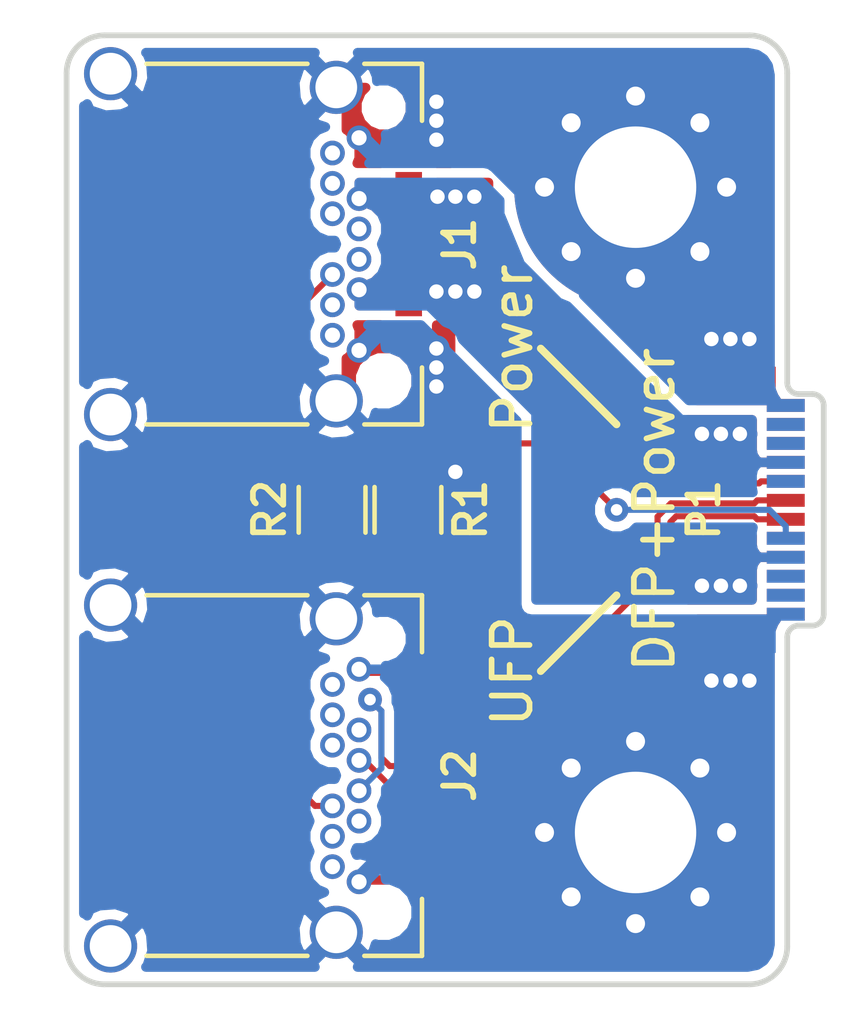
<source format=kicad_pcb>
(kicad_pcb (version 4) (host pcbnew 4.0.7)

  (general
    (links 40)
    (no_connects 0)
    (area 98.094999 99.015 120.635001 126.225)
    (thickness 0.8)
    (drawings 19)
    (tracks 148)
    (zones 0)
    (modules 7)
    (nets 47)
  )

  (page USLetter)
  (title_block
    (title "PD Buddy Wye")
    (date 2017-08-06)
    (rev v1.1)
  )

  (layers
    (0 F.Cu signal)
    (31 B.Cu signal)
    (32 B.Adhes user)
    (33 F.Adhes user)
    (34 B.Paste user)
    (35 F.Paste user)
    (36 B.SilkS user)
    (37 F.SilkS user)
    (38 B.Mask user)
    (39 F.Mask user)
    (40 Dwgs.User user)
    (41 Cmts.User user)
    (42 Eco1.User user)
    (43 Eco2.User user)
    (44 Edge.Cuts user)
    (45 Margin user)
    (46 B.CrtYd user)
    (47 F.CrtYd user)
    (48 B.Fab user)
    (49 F.Fab user)
  )

  (setup
    (last_trace_width 0.16)
    (trace_clearance 0.15)
    (zone_clearance 0.254)
    (zone_45_only no)
    (trace_min 0.16)
    (segment_width 0.2)
    (edge_width 0.15)
    (via_size 0.625)
    (via_drill 0.305)
    (via_min_size 0.4)
    (via_min_drill 0.3)
    (uvia_size 0.3)
    (uvia_drill 0.1)
    (uvias_allowed no)
    (uvia_min_size 0.2)
    (uvia_min_drill 0.1)
    (pcb_text_width 0.3)
    (pcb_text_size 1.5 1.5)
    (mod_edge_width 0.15)
    (mod_text_size 0.8 0.8)
    (mod_text_width 0.15)
    (pad_size 1.524 1.524)
    (pad_drill 0.762)
    (pad_to_mask_clearance 0.1)
    (aux_axis_origin 0 0)
    (visible_elements FFFFFF7F)
    (pcbplotparams
      (layerselection 0x00030_80000001)
      (usegerberextensions false)
      (excludeedgelayer true)
      (linewidth 0.100000)
      (plotframeref false)
      (viasonmask false)
      (mode 1)
      (useauxorigin false)
      (hpglpennumber 1)
      (hpglpenspeed 20)
      (hpglpendiameter 15)
      (hpglpenoverlay 2)
      (psnegative false)
      (psa4output false)
      (plotreference true)
      (plotvalue true)
      (plotinvisibletext false)
      (padsonsilk false)
      (subtractmaskfromsilk false)
      (outputformat 1)
      (mirror false)
      (drillshape 1)
      (scaleselection 1)
      (outputdirectory ""))
  )

  (net 0 "")
  (net 1 GND)
  (net 2 "Net-(J1-PadA2)")
  (net 3 "Net-(J1-PadA3)")
  (net 4 VBUS)
  (net 5 "Net-(J1-PadA6)")
  (net 6 "Net-(J1-PadA7)")
  (net 7 "Net-(J1-PadA10)")
  (net 8 "Net-(J1-PadA8)")
  (net 9 "Net-(J1-PadA11)")
  (net 10 "Net-(J1-PadB6)")
  (net 11 "Net-(J1-PadB7)")
  (net 12 "Net-(J1-PadB2)")
  (net 13 "Net-(J1-PadB3)")
  (net 14 "Net-(J1-PadB8)")
  (net 15 "Net-(J1-PadB10)")
  (net 16 "Net-(J1-PadB11)")
  (net 17 "Net-(J2-PadA2)")
  (net 18 "Net-(J2-PadA3)")
  (net 19 "Net-(J2-PadA4)")
  (net 20 "Net-(J2-PadA10)")
  (net 21 "Net-(J2-PadA9)")
  (net 22 "Net-(J2-PadA8)")
  (net 23 "Net-(J2-PadA11)")
  (net 24 "Net-(J2-PadB4)")
  (net 25 "Net-(J2-PadB9)")
  (net 26 "Net-(J2-PadB2)")
  (net 27 "Net-(J2-PadB3)")
  (net 28 "Net-(J2-PadB8)")
  (net 29 "Net-(J2-PadB10)")
  (net 30 "Net-(J2-PadB11)")
  (net 31 "Net-(P1-PadA2)")
  (net 32 "Net-(P1-PadA3)")
  (net 33 "Net-(P1-PadA8)")
  (net 34 "Net-(P1-PadA10)")
  (net 35 "Net-(P1-PadA11)")
  (net 36 "Net-(P1-PadB2)")
  (net 37 "Net-(P1-PadB3)")
  (net 38 "Net-(P1-PadB8)")
  (net 39 "Net-(P1-PadB10)")
  (net 40 "Net-(P1-PadB11)")
  (net 41 /D+)
  (net 42 /D-)
  (net 43 /CC1P)
  (net 44 /CC2P)
  (net 45 /CC1D)
  (net 46 /CC2D)

  (net_class Default "This is the default net class."
    (clearance 0.15)
    (trace_width 0.16)
    (via_dia 0.625)
    (via_drill 0.305)
    (uvia_dia 0.3)
    (uvia_drill 0.1)
    (add_net /CC1D)
    (add_net /CC1P)
    (add_net /CC2D)
    (add_net /CC2P)
    (add_net /D+)
    (add_net /D-)
    (add_net "Net-(J1-PadA10)")
    (add_net "Net-(J1-PadA11)")
    (add_net "Net-(J1-PadA2)")
    (add_net "Net-(J1-PadA3)")
    (add_net "Net-(J1-PadA6)")
    (add_net "Net-(J1-PadA7)")
    (add_net "Net-(J1-PadA8)")
    (add_net "Net-(J1-PadB10)")
    (add_net "Net-(J1-PadB11)")
    (add_net "Net-(J1-PadB2)")
    (add_net "Net-(J1-PadB3)")
    (add_net "Net-(J1-PadB6)")
    (add_net "Net-(J1-PadB7)")
    (add_net "Net-(J1-PadB8)")
    (add_net "Net-(J2-PadA10)")
    (add_net "Net-(J2-PadA11)")
    (add_net "Net-(J2-PadA2)")
    (add_net "Net-(J2-PadA3)")
    (add_net "Net-(J2-PadA4)")
    (add_net "Net-(J2-PadA8)")
    (add_net "Net-(J2-PadA9)")
    (add_net "Net-(J2-PadB10)")
    (add_net "Net-(J2-PadB11)")
    (add_net "Net-(J2-PadB2)")
    (add_net "Net-(J2-PadB3)")
    (add_net "Net-(J2-PadB4)")
    (add_net "Net-(J2-PadB8)")
    (add_net "Net-(J2-PadB9)")
    (add_net "Net-(P1-PadA10)")
    (add_net "Net-(P1-PadA11)")
    (add_net "Net-(P1-PadA2)")
    (add_net "Net-(P1-PadA3)")
    (add_net "Net-(P1-PadA8)")
    (add_net "Net-(P1-PadB10)")
    (add_net "Net-(P1-PadB11)")
    (add_net "Net-(P1-PadB2)")
    (add_net "Net-(P1-PadB3)")
    (add_net "Net-(P1-PadB8)")
  )

  (net_class Power ""
    (clearance 0.15)
    (trace_width 0.7)
    (via_dia 0.7)
    (via_drill 0.38)
    (uvia_dia 0.3)
    (uvia_drill 0.1)
  )

  (net_class Power_Small ""
    (clearance 0.15)
    (trace_width 0.25)
    (via_dia 0.7)
    (via_drill 0.38)
    (uvia_dia 0.3)
    (uvia_drill 0.1)
    (add_net GND)
    (add_net VBUS)
  )

  (module Connectors_USB:USB_C_Plug_Molex_105444 (layer F.Cu) (tedit 59864031) (tstamp 5986117E)
    (at 119 112.5 270)
    (descr "Universal Serial Bus (USB) Shielded I/O Plug, Type C, Right Angle, Surface Mount, http://www.molex.com/pdm_docs/sd/1054440001_sd.pdf")
    (tags "USB Type-C Plug Edge Mount")
    (path /59860CDD)
    (zone_connect 2)
    (attr smd)
    (fp_text reference P1 (at 0 2.2 270) (layer F.SilkS)
      (effects (font (size 0.8 0.8) (thickness 0.15)))
    )
    (fp_text value DFP+Power (at 0 3.5 270) (layer F.SilkS)
      (effects (font (size 1 1) (thickness 0.15)))
    )
    (fp_text user %R (at 0 2.2 270) (layer F.Fab)
      (effects (font (size 1 1) (thickness 0.1)))
    )
    (fp_line (start -4.3 1.96) (end -4.3 -1.46) (layer F.CrtYd) (width 0.05))
    (fp_text user "PCB Edge" (at 0 -0.96 270) (layer Dwgs.User)
      (effects (font (size 0.5 0.5) (thickness 0.08)))
    )
    (fp_line (start 3.35 0) (end 4.3 0) (layer F.Fab) (width 0.1))
    (fp_line (start 3.05 -0.66) (end 3.05 -0.3) (layer F.Fab) (width 0.1))
    (fp_arc (start 2.75 -0.66) (end 2.75 -0.96) (angle 90) (layer F.Fab) (width 0.1))
    (fp_line (start -2.75 -0.96) (end 2.75 -0.96) (layer F.Fab) (width 0.1))
    (fp_arc (start -2.75 -0.66) (end -3.05 -0.66) (angle 90) (layer F.Fab) (width 0.1))
    (fp_arc (start 3.35 -0.3) (end 3.35 0) (angle 90) (layer F.Fab) (width 0.1))
    (fp_line (start -3.05 -0.66) (end -3.05 -0.3) (layer F.Fab) (width 0.1))
    (fp_arc (start -3.35 -0.3) (end -3.05 -0.3) (angle 90) (layer F.Fab) (width 0.1))
    (fp_line (start -3.35 0) (end -4.3 0) (layer F.Fab) (width 0.1))
    (fp_line (start 4.3 1.96) (end 4.3 -1.46) (layer F.CrtYd) (width 0.05))
    (fp_line (start 4.3 -1.46) (end -4.3 -1.46) (layer F.CrtYd) (width 0.05))
    (fp_line (start 4.3 1.96) (end -4.3 1.96) (layer F.CrtYd) (width 0.05))
    (pad A1 smd rect (at -2.75 0.04 270) (size 0.34 1) (layers F.Cu F.Paste F.Mask)
      (net 1 GND) (zone_connect 2))
    (pad A2 smd rect (at -2.25 0.04 270) (size 0.34 1) (layers F.Cu F.Paste F.Mask)
      (net 31 "Net-(P1-PadA2)") (zone_connect 2))
    (pad A3 smd rect (at -1.75 0.04 270) (size 0.34 1) (layers F.Cu F.Paste F.Mask)
      (net 32 "Net-(P1-PadA3)") (zone_connect 2))
    (pad A4 smd rect (at -1.25 0.04 270) (size 0.34 1) (layers F.Cu F.Paste F.Mask)
      (net 4 VBUS) (zone_connect 2))
    (pad A5 smd rect (at -0.75 0.04 270) (size 0.34 1) (layers F.Cu F.Paste F.Mask)
      (net 43 /CC1P) (zone_connect 2))
    (pad A6 smd rect (at -0.25 0.04 270) (size 0.34 1) (layers F.Cu F.Paste F.Mask)
      (net 41 /D+) (zone_connect 2))
    (pad A7 smd rect (at 0.25 0.04 270) (size 0.34 1) (layers F.Cu F.Paste F.Mask)
      (net 42 /D-) (zone_connect 2))
    (pad A8 smd rect (at 0.75 0.04 270) (size 0.34 1) (layers F.Cu F.Paste F.Mask)
      (net 33 "Net-(P1-PadA8)") (zone_connect 2))
    (pad A9 smd rect (at 1.25 0.04 270) (size 0.34 1) (layers F.Cu F.Paste F.Mask)
      (net 4 VBUS) (zone_connect 2))
    (pad A10 smd rect (at 1.75 0.04 270) (size 0.34 1) (layers F.Cu F.Paste F.Mask)
      (net 34 "Net-(P1-PadA10)") (zone_connect 2))
    (pad A11 smd rect (at 2.25 0.04 270) (size 0.34 1) (layers F.Cu F.Paste F.Mask)
      (net 35 "Net-(P1-PadA11)") (zone_connect 2))
    (pad A12 smd rect (at 2.75 0.04 270) (size 0.34 1) (layers F.Cu F.Paste F.Mask)
      (net 1 GND) (zone_connect 2))
    (pad S1 smd rect (at -3.42 0.88 270) (size 0.7 1.15) (layers F.Cu F.Paste F.Mask)
      (net 1 GND) (zone_connect 2))
    (pad S1 smd rect (at 3.42 0.88 270) (size 0.7 1.15) (layers B.Cu B.Paste B.Mask)
      (net 1 GND) (zone_connect 2))
    (pad B1 smd rect (at 2.75 0.04 270) (size 0.34 1) (layers B.Cu B.Paste B.Mask)
      (net 1 GND) (zone_connect 2))
    (pad B2 smd rect (at 2.25 0.04 270) (size 0.34 1) (layers B.Cu B.Paste B.Mask)
      (net 36 "Net-(P1-PadB2)") (zone_connect 2))
    (pad B3 smd rect (at 1.75 0.04 270) (size 0.34 1) (layers B.Cu B.Paste B.Mask)
      (net 37 "Net-(P1-PadB3)") (zone_connect 2))
    (pad B4 smd rect (at 1.25 0.04 270) (size 0.34 1) (layers B.Cu B.Paste B.Mask)
      (net 4 VBUS) (zone_connect 2))
    (pad B5 smd rect (at 0.75 0.04 270) (size 0.34 1) (layers B.Cu B.Paste B.Mask)
      (net 44 /CC2P) (zone_connect 2))
    (pad B8 smd rect (at -0.75 0.04 270) (size 0.34 1) (layers B.Cu B.Paste B.Mask)
      (net 38 "Net-(P1-PadB8)") (zone_connect 2))
    (pad B9 smd rect (at -1.25 0.04 270) (size 0.34 1) (layers B.Cu B.Paste B.Mask)
      (net 4 VBUS) (zone_connect 2))
    (pad B10 smd rect (at -1.75 0.04 270) (size 0.34 1) (layers B.Cu B.Paste B.Mask)
      (net 39 "Net-(P1-PadB10)") (zone_connect 2))
    (pad B11 smd rect (at -2.25 0.04 270) (size 0.34 1) (layers B.Cu B.Paste B.Mask)
      (net 40 "Net-(P1-PadB11)") (zone_connect 2))
    (pad B12 smd rect (at -2.75 0.04 270) (size 0.34 1) (layers B.Cu B.Paste B.Mask)
      (net 1 GND) (zone_connect 2))
    (model ${KISYS3DMOD}/Connectors_USB.3dshapes/USB_C_Plug_Molex_105444.wrl
      (at (xyz 0 0 0))
      (scale (xyz 1 1 1))
      (rotate (xyz 0 0 0))
    )
  )

  (module Mounting_Holes:MountingHole_3.2mm_M3_Pad_Via (layer F.Cu) (tedit 59861099) (tstamp 59861484)
    (at 115 104)
    (descr "Mounting Hole 3.2mm, M3")
    (tags "mounting hole 3.2mm m3")
    (path /59861CE1)
    (zone_connect 2)
    (fp_text reference MK1 (at 0 -4.2) (layer F.Fab)
      (effects (font (size 0.8 0.8) (thickness 0.15)))
    )
    (fp_text value M3 (at 0 4.2) (layer F.Fab)
      (effects (font (size 1 1) (thickness 0.15)))
    )
    (fp_circle (center 0 0) (end 3.2 0) (layer Cmts.User) (width 0.15))
    (fp_circle (center 0 0) (end 3.45 0) (layer F.CrtYd) (width 0.05))
    (pad 1 thru_hole circle (at 0 0) (size 6.4 6.4) (drill 3.2) (layers *.Cu *.Mask)
      (net 1 GND) (zone_connect 2))
    (pad "" thru_hole circle (at 2.4 0) (size 0.6 0.6) (drill 0.5) (layers *.Cu *.Mask)
      (zone_connect 2))
    (pad "" thru_hole circle (at 1.697056 1.697056) (size 0.6 0.6) (drill 0.5) (layers *.Cu *.Mask)
      (zone_connect 2))
    (pad "" thru_hole circle (at 0 2.4) (size 0.6 0.6) (drill 0.5) (layers *.Cu *.Mask)
      (zone_connect 2))
    (pad "" thru_hole circle (at -1.697056 1.697056) (size 0.6 0.6) (drill 0.5) (layers *.Cu *.Mask)
      (zone_connect 2))
    (pad "" thru_hole circle (at -2.4 0) (size 0.6 0.6) (drill 0.5) (layers *.Cu *.Mask)
      (zone_connect 2))
    (pad "" thru_hole circle (at -1.697056 -1.697056) (size 0.6 0.6) (drill 0.5) (layers *.Cu *.Mask)
      (zone_connect 2))
    (pad "" thru_hole circle (at 0 -2.4) (size 0.6 0.6) (drill 0.5) (layers *.Cu *.Mask)
      (zone_connect 2))
    (pad "" thru_hole circle (at 1.697056 -1.697056) (size 0.6 0.6) (drill 0.5) (layers *.Cu *.Mask)
      (zone_connect 2))
  )

  (module Mounting_Holes:MountingHole_3.2mm_M3_Pad_Via (layer F.Cu) (tedit 5986109E) (tstamp 59861493)
    (at 115 121)
    (descr "Mounting Hole 3.2mm, M3")
    (tags "mounting hole 3.2mm m3")
    (path /59861F93)
    (zone_connect 2)
    (fp_text reference MK2 (at 0 -4.2) (layer F.Fab)
      (effects (font (size 0.8 0.8) (thickness 0.15)))
    )
    (fp_text value M3 (at 0 4.2) (layer F.Fab)
      (effects (font (size 1 1) (thickness 0.15)))
    )
    (fp_circle (center 0 0) (end 3.2 0) (layer Cmts.User) (width 0.15))
    (fp_circle (center 0 0) (end 3.45 0) (layer F.CrtYd) (width 0.05))
    (pad 1 thru_hole circle (at 0 0) (size 6.4 6.4) (drill 3.2) (layers *.Cu *.Mask)
      (net 1 GND) (zone_connect 2))
    (pad "" thru_hole circle (at 2.4 0) (size 0.6 0.6) (drill 0.5) (layers *.Cu *.Mask)
      (zone_connect 2))
    (pad "" thru_hole circle (at 1.697056 1.697056) (size 0.6 0.6) (drill 0.5) (layers *.Cu *.Mask)
      (zone_connect 2))
    (pad "" thru_hole circle (at 0 2.4) (size 0.6 0.6) (drill 0.5) (layers *.Cu *.Mask)
      (zone_connect 2))
    (pad "" thru_hole circle (at -1.697056 1.697056) (size 0.6 0.6) (drill 0.5) (layers *.Cu *.Mask)
      (zone_connect 2))
    (pad "" thru_hole circle (at -2.4 0) (size 0.6 0.6) (drill 0.5) (layers *.Cu *.Mask)
      (zone_connect 2))
    (pad "" thru_hole circle (at -1.697056 -1.697056) (size 0.6 0.6) (drill 0.5) (layers *.Cu *.Mask)
      (zone_connect 2))
    (pad "" thru_hole circle (at 0 -2.4) (size 0.6 0.6) (drill 0.5) (layers *.Cu *.Mask)
      (zone_connect 2))
    (pad "" thru_hole circle (at 1.697056 -1.697056) (size 0.6 0.6) (drill 0.5) (layers *.Cu *.Mask)
      (zone_connect 2))
  )

  (module Resistors_SMD:R_0805 (layer F.Cu) (tedit 58E0A804) (tstamp 59863C14)
    (at 109 112.5 90)
    (descr "Resistor SMD 0805, reflow soldering, Vishay (see dcrcw.pdf)")
    (tags "resistor 0805")
    (path /59863DDF)
    (attr smd)
    (fp_text reference R1 (at 0 1.65 90) (layer F.SilkS)
      (effects (font (size 0.8 0.8) (thickness 0.15)))
    )
    (fp_text value 5.1k (at 0 1.75 90) (layer F.Fab)
      (effects (font (size 1 1) (thickness 0.15)))
    )
    (fp_text user %R (at 0 0 90) (layer F.Fab)
      (effects (font (size 0.5 0.5) (thickness 0.075)))
    )
    (fp_line (start -1 0.62) (end -1 -0.62) (layer F.Fab) (width 0.1))
    (fp_line (start 1 0.62) (end -1 0.62) (layer F.Fab) (width 0.1))
    (fp_line (start 1 -0.62) (end 1 0.62) (layer F.Fab) (width 0.1))
    (fp_line (start -1 -0.62) (end 1 -0.62) (layer F.Fab) (width 0.1))
    (fp_line (start 0.6 0.88) (end -0.6 0.88) (layer F.SilkS) (width 0.12))
    (fp_line (start -0.6 -0.88) (end 0.6 -0.88) (layer F.SilkS) (width 0.12))
    (fp_line (start -1.55 -0.9) (end 1.55 -0.9) (layer F.CrtYd) (width 0.05))
    (fp_line (start -1.55 -0.9) (end -1.55 0.9) (layer F.CrtYd) (width 0.05))
    (fp_line (start 1.55 0.9) (end 1.55 -0.9) (layer F.CrtYd) (width 0.05))
    (fp_line (start 1.55 0.9) (end -1.55 0.9) (layer F.CrtYd) (width 0.05))
    (pad 1 smd rect (at -0.95 0 90) (size 0.7 1.3) (layers F.Cu F.Paste F.Mask)
      (net 45 /CC1D))
    (pad 2 smd rect (at 0.95 0 90) (size 0.7 1.3) (layers F.Cu F.Paste F.Mask)
      (net 1 GND))
    (model ${KISYS3DMOD}/Resistors_SMD.3dshapes/R_0805.wrl
      (at (xyz 0 0 0))
      (scale (xyz 1 1 1))
      (rotate (xyz 0 0 0))
    )
  )

  (module Resistors_SMD:R_0805 (layer F.Cu) (tedit 58E0A804) (tstamp 59863C25)
    (at 107 112.5 270)
    (descr "Resistor SMD 0805, reflow soldering, Vishay (see dcrcw.pdf)")
    (tags "resistor 0805")
    (path /59863CCA)
    (attr smd)
    (fp_text reference R2 (at 0 1.65 270) (layer F.SilkS)
      (effects (font (size 0.8 0.8) (thickness 0.15)))
    )
    (fp_text value 5.1k (at 0 1.75 270) (layer F.Fab)
      (effects (font (size 1 1) (thickness 0.15)))
    )
    (fp_text user %R (at 0 0 270) (layer F.Fab)
      (effects (font (size 0.5 0.5) (thickness 0.075)))
    )
    (fp_line (start -1 0.62) (end -1 -0.62) (layer F.Fab) (width 0.1))
    (fp_line (start 1 0.62) (end -1 0.62) (layer F.Fab) (width 0.1))
    (fp_line (start 1 -0.62) (end 1 0.62) (layer F.Fab) (width 0.1))
    (fp_line (start -1 -0.62) (end 1 -0.62) (layer F.Fab) (width 0.1))
    (fp_line (start 0.6 0.88) (end -0.6 0.88) (layer F.SilkS) (width 0.12))
    (fp_line (start -0.6 -0.88) (end 0.6 -0.88) (layer F.SilkS) (width 0.12))
    (fp_line (start -1.55 -0.9) (end 1.55 -0.9) (layer F.CrtYd) (width 0.05))
    (fp_line (start -1.55 -0.9) (end -1.55 0.9) (layer F.CrtYd) (width 0.05))
    (fp_line (start 1.55 0.9) (end 1.55 -0.9) (layer F.CrtYd) (width 0.05))
    (fp_line (start 1.55 0.9) (end -1.55 0.9) (layer F.CrtYd) (width 0.05))
    (pad 1 smd rect (at -0.95 0 270) (size 0.7 1.3) (layers F.Cu F.Paste F.Mask)
      (net 1 GND))
    (pad 2 smd rect (at 0.95 0 270) (size 0.7 1.3) (layers F.Cu F.Paste F.Mask)
      (net 46 /CC2D))
    (model ${KISYS3DMOD}/Resistors_SMD.3dshapes/R_0805.wrl
      (at (xyz 0 0 0))
      (scale (xyz 1 1 1))
      (rotate (xyz 0 0 0))
    )
  )

  (module Connectors_USB:USB_C_Receptacle_Amphenol_12401548E4-2A_CircularHoles (layer F.Cu) (tedit 59D57B90) (tstamp 59D58057)
    (at 104 105.5 270)
    (descr "USB TYPE C, RA RCPT PCB, Hybrid, https://www.amphenolcanada.com/StockAvailabilityPrice.aspx?From=&PartNum=12401548E4%7e2A")
    (tags "USB C Type-C Receptacle Hybrid")
    (path /59860B95)
    (attr smd)
    (fp_text reference J1 (at 0 -6.36 270) (layer F.SilkS)
      (effects (font (size 0.8 0.8) (thickness 0.15)))
    )
    (fp_text value Power (at 2.75 -7.75 270) (layer F.SilkS)
      (effects (font (size 1 1) (thickness 0.15)))
    )
    (fp_text user %R (at 0 0 270) (layer F.Fab)
      (effects (font (size 1 1) (thickness 0.1)))
    )
    (fp_line (start -5.69 5.73) (end -5.69 -5.87) (layer F.CrtYd) (width 0.05))
    (fp_line (start 5.69 5.73) (end -5.69 5.73) (layer F.CrtYd) (width 0.05))
    (fp_line (start 5.69 -5.87) (end 5.69 5.73) (layer F.CrtYd) (width 0.05))
    (fp_line (start -5.69 -5.87) (end 5.69 -5.87) (layer F.CrtYd) (width 0.05))
    (fp_line (start 4.6 5.23) (end 4.6 -5.22) (layer F.Fab) (width 0.1))
    (fp_line (start -4.6 5.23) (end 4.6 5.23) (layer F.Fab) (width 0.1))
    (fp_line (start 3.25 -5.37) (end 4.75 -5.37) (layer F.SilkS) (width 0.12))
    (fp_line (start 4.75 -5.37) (end 4.75 -3.85) (layer F.SilkS) (width 0.12))
    (fp_line (start -4.75 -2.35) (end -4.75 1.89) (layer F.SilkS) (width 0.12))
    (fp_line (start -4.75 -5.37) (end -3.25 -5.37) (layer F.SilkS) (width 0.12))
    (fp_line (start -4.6 -5.22) (end 4.6 -5.22) (layer F.Fab) (width 0.1))
    (fp_line (start -4.6 5.23) (end -4.6 -5.22) (layer F.Fab) (width 0.1))
    (fp_line (start 4.75 -2.35) (end 4.75 1.89) (layer F.SilkS) (width 0.12))
    (fp_line (start -4.75 -5.37) (end -4.75 -3.85) (layer F.SilkS) (width 0.12))
    (pad S1 thru_hole circle (at -4.13 -3.11 270) (size 1.4 1.4) (drill 1.1) (layers *.Cu *.Mask)
      (net 1 GND))
    (pad A1 smd rect (at -2.75 -5.02 270) (size 0.3 0.7) (layers F.Cu F.Paste F.Mask)
      (net 1 GND))
    (pad A2 smd rect (at -2.25 -5.02 270) (size 0.3 0.7) (layers F.Cu F.Paste F.Mask)
      (net 2 "Net-(J1-PadA2)"))
    (pad A3 smd rect (at -1.75 -5.02 270) (size 0.3 0.7) (layers F.Cu F.Paste F.Mask)
      (net 3 "Net-(J1-PadA3)"))
    (pad A4 smd rect (at -1.25 -5.02 270) (size 0.3 0.7) (layers F.Cu F.Paste F.Mask)
      (net 4 VBUS))
    (pad A5 smd rect (at -0.75 -5.02 270) (size 0.3 0.7) (layers F.Cu F.Paste F.Mask)
      (net 43 /CC1P))
    (pad A6 smd rect (at -0.25 -5.02 270) (size 0.3 0.7) (layers F.Cu F.Paste F.Mask)
      (net 5 "Net-(J1-PadA6)"))
    (pad A7 smd rect (at 0.25 -5.02 270) (size 0.3 0.7) (layers F.Cu F.Paste F.Mask)
      (net 6 "Net-(J1-PadA7)"))
    (pad A12 smd rect (at 2.75 -5.02 270) (size 0.3 0.7) (layers F.Cu F.Paste F.Mask)
      (net 1 GND))
    (pad A10 smd rect (at 1.75 -5.02 270) (size 0.3 0.7) (layers F.Cu F.Paste F.Mask)
      (net 7 "Net-(J1-PadA10)"))
    (pad A9 smd rect (at 1.25 -5.02 270) (size 0.3 0.7) (layers F.Cu F.Paste F.Mask)
      (net 4 VBUS))
    (pad A8 smd rect (at 0.75 -5.02 270) (size 0.3 0.7) (layers F.Cu F.Paste F.Mask)
      (net 8 "Net-(J1-PadA8)"))
    (pad A11 smd rect (at 2.25 -5.02 270) (size 0.3 0.7) (layers F.Cu F.Paste F.Mask)
      (net 9 "Net-(J1-PadA11)"))
    (pad S1 thru_hole circle (at 4.13 -3.11 270) (size 1.4 1.4) (drill 1.1) (layers *.Cu *.Mask)
      (net 1 GND))
    (pad S1 thru_hole circle (at 4.49 2.84 270) (size 1.4 1.4) (drill 1.1) (layers *.Cu *.Mask)
      (net 1 GND))
    (pad S1 thru_hole circle (at -4.49 2.84 270) (size 1.4 1.4) (drill 1.1) (layers *.Cu *.Mask)
      (net 1 GND))
    (pad "" np_thru_hole circle (at 3.6 -4.36 270) (size 0.95 0.95) (drill 0.95) (layers *.Cu *.Mask))
    (pad "" np_thru_hole circle (at -3.6 -4.36 270) (size 0.65 0.65) (drill 0.65) (layers *.Cu *.Mask))
    (pad B1 thru_hole circle (at 2.8 -3.71 270) (size 0.65 0.65) (drill 0.4) (layers *.Cu *.Mask)
      (net 1 GND))
    (pad B4 thru_hole circle (at 1.2 -3.71 270) (size 0.65 0.65) (drill 0.4) (layers *.Cu *.Mask)
      (net 4 VBUS))
    (pad B6 thru_hole circle (at 0.4 -3.71 270) (size 0.65 0.65) (drill 0.4) (layers *.Cu *.Mask)
      (net 10 "Net-(J1-PadB6)"))
    (pad B7 thru_hole circle (at -0.4 -3.71 270) (size 0.65 0.65) (drill 0.4) (layers *.Cu *.Mask)
      (net 11 "Net-(J1-PadB7)"))
    (pad B9 thru_hole circle (at -1.2 -3.71 270) (size 0.65 0.65) (drill 0.4) (layers *.Cu *.Mask)
      (net 4 VBUS))
    (pad B12 thru_hole circle (at -2.8 -3.71 270) (size 0.65 0.65) (drill 0.4) (layers *.Cu *.Mask)
      (net 1 GND))
    (pad B2 thru_hole circle (at 2.4 -3.01 270) (size 0.65 0.65) (drill 0.4) (layers *.Cu *.Mask)
      (net 12 "Net-(J1-PadB2)"))
    (pad B3 thru_hole circle (at 1.6 -3.01 270) (size 0.65 0.65) (drill 0.4) (layers *.Cu *.Mask)
      (net 13 "Net-(J1-PadB3)"))
    (pad B5 thru_hole circle (at 0.8 -3.01 270) (size 0.65 0.65) (drill 0.4) (layers *.Cu *.Mask)
      (net 44 /CC2P))
    (pad B8 thru_hole circle (at -0.8 -3.01 270) (size 0.65 0.65) (drill 0.4) (layers *.Cu *.Mask)
      (net 14 "Net-(J1-PadB8)"))
    (pad B10 thru_hole circle (at -1.6 -3.01 270) (size 0.65 0.65) (drill 0.4) (layers *.Cu *.Mask)
      (net 15 "Net-(J1-PadB10)"))
    (pad B11 thru_hole circle (at -2.4 -3.01 270) (size 0.65 0.65) (drill 0.4) (layers *.Cu *.Mask)
      (net 16 "Net-(J1-PadB11)"))
    (model ${KISYS3DMOD}/Connectors_USB.3dshapes/USB_C_Receptacle_Amphenol_12401548E4-2A.wrl
      (at (xyz 0 0 0))
      (scale (xyz 1 1 1))
      (rotate (xyz 0 0 0))
    )
  )

  (module Connectors_USB:USB_C_Receptacle_Amphenol_12401548E4-2A_CircularHoles (layer F.Cu) (tedit 59D57B95) (tstamp 59D58087)
    (at 104 119.5 270)
    (descr "USB TYPE C, RA RCPT PCB, Hybrid, https://www.amphenolcanada.com/StockAvailabilityPrice.aspx?From=&PartNum=12401548E4%7e2A")
    (tags "USB C Type-C Receptacle Hybrid")
    (path /59860C73)
    (attr smd)
    (fp_text reference J2 (at 0 -6.36 270) (layer F.SilkS)
      (effects (font (size 0.8 0.8) (thickness 0.15)))
    )
    (fp_text value UFP (at -2.75 -7.75 270) (layer F.SilkS)
      (effects (font (size 1 1) (thickness 0.15)))
    )
    (fp_text user %R (at 0 0 270) (layer F.Fab)
      (effects (font (size 1 1) (thickness 0.1)))
    )
    (fp_line (start -5.69 5.73) (end -5.69 -5.87) (layer F.CrtYd) (width 0.05))
    (fp_line (start 5.69 5.73) (end -5.69 5.73) (layer F.CrtYd) (width 0.05))
    (fp_line (start 5.69 -5.87) (end 5.69 5.73) (layer F.CrtYd) (width 0.05))
    (fp_line (start -5.69 -5.87) (end 5.69 -5.87) (layer F.CrtYd) (width 0.05))
    (fp_line (start 4.6 5.23) (end 4.6 -5.22) (layer F.Fab) (width 0.1))
    (fp_line (start -4.6 5.23) (end 4.6 5.23) (layer F.Fab) (width 0.1))
    (fp_line (start 3.25 -5.37) (end 4.75 -5.37) (layer F.SilkS) (width 0.12))
    (fp_line (start 4.75 -5.37) (end 4.75 -3.85) (layer F.SilkS) (width 0.12))
    (fp_line (start -4.75 -2.35) (end -4.75 1.89) (layer F.SilkS) (width 0.12))
    (fp_line (start -4.75 -5.37) (end -3.25 -5.37) (layer F.SilkS) (width 0.12))
    (fp_line (start -4.6 -5.22) (end 4.6 -5.22) (layer F.Fab) (width 0.1))
    (fp_line (start -4.6 5.23) (end -4.6 -5.22) (layer F.Fab) (width 0.1))
    (fp_line (start 4.75 -2.35) (end 4.75 1.89) (layer F.SilkS) (width 0.12))
    (fp_line (start -4.75 -5.37) (end -4.75 -3.85) (layer F.SilkS) (width 0.12))
    (pad S1 thru_hole circle (at -4.13 -3.11 270) (size 1.4 1.4) (drill 1.1) (layers *.Cu *.Mask)
      (net 1 GND))
    (pad A1 smd rect (at -2.75 -5.02 270) (size 0.3 0.7) (layers F.Cu F.Paste F.Mask)
      (net 1 GND))
    (pad A2 smd rect (at -2.25 -5.02 270) (size 0.3 0.7) (layers F.Cu F.Paste F.Mask)
      (net 17 "Net-(J2-PadA2)"))
    (pad A3 smd rect (at -1.75 -5.02 270) (size 0.3 0.7) (layers F.Cu F.Paste F.Mask)
      (net 18 "Net-(J2-PadA3)"))
    (pad A4 smd rect (at -1.25 -5.02 270) (size 0.3 0.7) (layers F.Cu F.Paste F.Mask)
      (net 19 "Net-(J2-PadA4)"))
    (pad A5 smd rect (at -0.75 -5.02 270) (size 0.3 0.7) (layers F.Cu F.Paste F.Mask)
      (net 45 /CC1D))
    (pad A6 smd rect (at -0.25 -5.02 270) (size 0.3 0.7) (layers F.Cu F.Paste F.Mask)
      (net 41 /D+))
    (pad A7 smd rect (at 0.25 -5.02 270) (size 0.3 0.7) (layers F.Cu F.Paste F.Mask)
      (net 42 /D-))
    (pad A12 smd rect (at 2.75 -5.02 270) (size 0.3 0.7) (layers F.Cu F.Paste F.Mask)
      (net 1 GND))
    (pad A10 smd rect (at 1.75 -5.02 270) (size 0.3 0.7) (layers F.Cu F.Paste F.Mask)
      (net 20 "Net-(J2-PadA10)"))
    (pad A9 smd rect (at 1.25 -5.02 270) (size 0.3 0.7) (layers F.Cu F.Paste F.Mask)
      (net 21 "Net-(J2-PadA9)"))
    (pad A8 smd rect (at 0.75 -5.02 270) (size 0.3 0.7) (layers F.Cu F.Paste F.Mask)
      (net 22 "Net-(J2-PadA8)"))
    (pad A11 smd rect (at 2.25 -5.02 270) (size 0.3 0.7) (layers F.Cu F.Paste F.Mask)
      (net 23 "Net-(J2-PadA11)"))
    (pad S1 thru_hole circle (at 4.13 -3.11 270) (size 1.4 1.4) (drill 1.1) (layers *.Cu *.Mask)
      (net 1 GND))
    (pad S1 thru_hole circle (at 4.49 2.84 270) (size 1.4 1.4) (drill 1.1) (layers *.Cu *.Mask)
      (net 1 GND))
    (pad S1 thru_hole circle (at -4.49 2.84 270) (size 1.4 1.4) (drill 1.1) (layers *.Cu *.Mask)
      (net 1 GND))
    (pad "" np_thru_hole circle (at 3.6 -4.36 270) (size 0.95 0.95) (drill 0.95) (layers *.Cu *.Mask))
    (pad "" np_thru_hole circle (at -3.6 -4.36 270) (size 0.65 0.65) (drill 0.65) (layers *.Cu *.Mask))
    (pad B1 thru_hole circle (at 2.8 -3.71 270) (size 0.65 0.65) (drill 0.4) (layers *.Cu *.Mask)
      (net 1 GND))
    (pad B4 thru_hole circle (at 1.2 -3.71 270) (size 0.65 0.65) (drill 0.4) (layers *.Cu *.Mask)
      (net 24 "Net-(J2-PadB4)"))
    (pad B6 thru_hole circle (at 0.4 -3.71 270) (size 0.65 0.65) (drill 0.4) (layers *.Cu *.Mask)
      (net 41 /D+))
    (pad B7 thru_hole circle (at -0.4 -3.71 270) (size 0.65 0.65) (drill 0.4) (layers *.Cu *.Mask)
      (net 42 /D-))
    (pad B9 thru_hole circle (at -1.2 -3.71 270) (size 0.65 0.65) (drill 0.4) (layers *.Cu *.Mask)
      (net 25 "Net-(J2-PadB9)"))
    (pad B12 thru_hole circle (at -2.8 -3.71 270) (size 0.65 0.65) (drill 0.4) (layers *.Cu *.Mask)
      (net 1 GND))
    (pad B2 thru_hole circle (at 2.4 -3.01 270) (size 0.65 0.65) (drill 0.4) (layers *.Cu *.Mask)
      (net 26 "Net-(J2-PadB2)"))
    (pad B3 thru_hole circle (at 1.6 -3.01 270) (size 0.65 0.65) (drill 0.4) (layers *.Cu *.Mask)
      (net 27 "Net-(J2-PadB3)"))
    (pad B5 thru_hole circle (at 0.8 -3.01 270) (size 0.65 0.65) (drill 0.4) (layers *.Cu *.Mask)
      (net 46 /CC2D))
    (pad B8 thru_hole circle (at -0.8 -3.01 270) (size 0.65 0.65) (drill 0.4) (layers *.Cu *.Mask)
      (net 28 "Net-(J2-PadB8)"))
    (pad B10 thru_hole circle (at -1.6 -3.01 270) (size 0.65 0.65) (drill 0.4) (layers *.Cu *.Mask)
      (net 29 "Net-(J2-PadB10)"))
    (pad B11 thru_hole circle (at -2.4 -3.01 270) (size 0.65 0.65) (drill 0.4) (layers *.Cu *.Mask)
      (net 30 "Net-(J2-PadB11)"))
    (model ${KISYS3DMOD}/Connectors_USB.3dshapes/USB_C_Receptacle_Amphenol_12401548E4-2A.wrl
      (at (xyz 0 0 0))
      (scale (xyz 1 1 1))
      (rotate (xyz 0 0 0))
    )
  )

  (gr_text "PD Buddy Wye v1.1" (at 104 112.5 90) (layer B.Mask)
    (effects (font (size 1.5 1.5) (thickness 0.3)) (justify mirror))
  )
  (gr_line (start 112.5 108.25) (end 114.5 110.25) (layer F.SilkS) (width 0.2))
  (gr_line (start 112.5 116.75) (end 114.5 114.75) (layer F.SilkS) (width 0.2))
  (gr_line (start 119.3 109.45) (end 119.66 109.45) (layer Edge.Cuts) (width 0.15))
  (gr_arc (start 119.3 109.15) (end 119.3 109.45) (angle 90) (layer Edge.Cuts) (width 0.15) (tstamp 59861792))
  (gr_line (start 119.96 109.75) (end 119.96 115.25) (layer Edge.Cuts) (width 0.15))
  (gr_arc (start 119.66 109.75) (end 119.66 109.45) (angle 90) (layer Edge.Cuts) (width 0.15) (tstamp 59861790))
  (gr_line (start 119.66 115.55) (end 119.3 115.55) (layer Edge.Cuts) (width 0.15))
  (gr_arc (start 119.66 115.25) (end 119.96 115.25) (angle 90) (layer Edge.Cuts) (width 0.15) (tstamp 5986178E))
  (gr_arc (start 119.3 115.85) (end 119 115.85) (angle 90) (layer Edge.Cuts) (width 0.15))
  (gr_arc (start 118 101) (end 118 100) (angle 90) (layer Edge.Cuts) (width 0.15))
  (gr_arc (start 101 101) (end 100 101) (angle 90) (layer Edge.Cuts) (width 0.15))
  (gr_arc (start 101 124) (end 101 125) (angle 90) (layer Edge.Cuts) (width 0.15))
  (gr_arc (start 118 124) (end 119 124) (angle 90) (layer Edge.Cuts) (width 0.15))
  (gr_line (start 119 124) (end 119 115.85) (layer Edge.Cuts) (width 0.15))
  (gr_line (start 101 125) (end 118 125) (layer Edge.Cuts) (width 0.15))
  (gr_line (start 100 101) (end 100 124) (layer Edge.Cuts) (width 0.15))
  (gr_line (start 118 100) (end 101 100) (layer Edge.Cuts) (width 0.15))
  (gr_line (start 119 109.15) (end 119 101) (layer Edge.Cuts) (width 0.15))

  (segment (start 109.55 116.7) (end 110.25 116) (width 0.25) (layer B.Cu) (net 1))
  (segment (start 110.25 116) (end 110.25 111.5) (width 0.25) (layer B.Cu) (net 1))
  (segment (start 107.71 116.7) (end 109.55 116.7) (width 0.25) (layer B.Cu) (net 1))
  (segment (start 109 111.55) (end 110.2 111.55) (width 0.25) (layer F.Cu) (net 1))
  (segment (start 110.2 111.55) (end 110.25 111.5) (width 0.25) (layer F.Cu) (net 1))
  (via (at 110.25 111.5) (size 0.7) (drill 0.38) (layers F.Cu B.Cu) (net 1))
  (segment (start 109 111.55) (end 107 111.55) (width 0.25) (layer F.Cu) (net 1))
  (segment (start 118 109) (end 118 108) (width 0.25) (layer B.Cu) (net 1))
  (segment (start 118.75 109.75) (end 118 109) (width 0.25) (layer B.Cu) (net 1))
  (segment (start 118.96 109.75) (end 118.75 109.75) (width 0.25) (layer B.Cu) (net 1))
  (segment (start 118.96 115.25) (end 118.79 115.25) (width 0.25) (layer B.Cu) (net 1))
  (segment (start 118.79 115.25) (end 118.12 115.92) (width 0.25) (layer B.Cu) (net 1))
  (segment (start 109.75 102.25) (end 109.75 101.75) (width 0.25) (layer F.Cu) (net 1))
  (via (at 109.75 101.75) (size 0.7) (drill 0.38) (layers F.Cu B.Cu) (net 1))
  (segment (start 109.75 102.75) (end 109.75 102.25) (width 0.25) (layer F.Cu) (net 1))
  (via (at 109.75 102.25) (size 0.7) (drill 0.38) (layers F.Cu B.Cu) (net 1))
  (segment (start 109.02 102.75) (end 109.75 102.75) (width 0.25) (layer F.Cu) (net 1))
  (via (at 109.75 102.75) (size 0.7) (drill 0.38) (layers F.Cu B.Cu) (net 1))
  (segment (start 109.75 108.75) (end 109.75 109.25) (width 0.25) (layer F.Cu) (net 1))
  (via (at 109.75 109.25) (size 0.7) (drill 0.38) (layers F.Cu B.Cu) (net 1))
  (segment (start 109.75 108.25) (end 109.75 108.75) (width 0.25) (layer F.Cu) (net 1))
  (via (at 109.75 108.75) (size 0.7) (drill 0.38) (layers F.Cu B.Cu) (net 1))
  (segment (start 109.02 108.25) (end 109.75 108.25) (width 0.25) (layer F.Cu) (net 1))
  (via (at 109.75 108.25) (size 0.7) (drill 0.38) (layers F.Cu B.Cu) (net 1))
  (segment (start 109.02 102.75) (end 107.76 102.75) (width 0.25) (layer F.Cu) (net 1))
  (segment (start 107.76 102.75) (end 107.71 102.7) (width 0.25) (layer F.Cu) (net 1))
  (segment (start 109.02 108.25) (end 107.76 108.25) (width 0.25) (layer F.Cu) (net 1))
  (segment (start 107.76 108.25) (end 107.71 108.3) (width 0.25) (layer F.Cu) (net 1))
  (segment (start 118 115.88) (end 118 117) (width 0.25) (layer F.Cu) (net 1))
  (segment (start 118.96 115.25) (end 118.63 115.25) (width 0.25) (layer F.Cu) (net 1))
  (segment (start 118.63 115.25) (end 118 115.88) (width 0.25) (layer F.Cu) (net 1))
  (segment (start 118.96 109.75) (end 118.79 109.75) (width 0.25) (layer F.Cu) (net 1))
  (segment (start 118.79 109.75) (end 118.12 109.08) (width 0.25) (layer F.Cu) (net 1))
  (segment (start 118.12 109.08) (end 118.12 108.12) (width 0.25) (layer F.Cu) (net 1))
  (segment (start 118.12 108.12) (end 118 108) (width 0.25) (layer F.Cu) (net 1))
  (segment (start 117.5 117) (end 117 117) (width 0.25) (layer B.Cu) (net 1))
  (via (at 117 117) (size 0.7) (drill 0.38) (layers F.Cu B.Cu) (net 1))
  (segment (start 118 117) (end 117.5 117) (width 0.25) (layer B.Cu) (net 1))
  (via (at 117.5 117) (size 0.7) (drill 0.38) (layers F.Cu B.Cu) (net 1))
  (segment (start 118.12 115.92) (end 118.12 116.88) (width 0.25) (layer B.Cu) (net 1))
  (segment (start 118.12 116.88) (end 118 117) (width 0.25) (layer B.Cu) (net 1))
  (via (at 118 117) (size 0.7) (drill 0.38) (layers F.Cu B.Cu) (net 1))
  (segment (start 117.5 108) (end 117 108) (width 0.25) (layer F.Cu) (net 1))
  (via (at 117 108) (size 0.7) (drill 0.38) (layers F.Cu B.Cu) (net 1))
  (segment (start 118 108) (end 117.5 108) (width 0.25) (layer F.Cu) (net 1))
  (via (at 117.5 108) (size 0.7) (drill 0.38) (layers F.Cu B.Cu) (net 1))
  (via (at 118 108) (size 0.7) (drill 0.38) (layers F.Cu B.Cu) (net 1))
  (segment (start 109.02 122.25) (end 107.76 122.25) (width 0.25) (layer F.Cu) (net 1))
  (segment (start 107.76 122.25) (end 107.71 122.3) (width 0.25) (layer F.Cu) (net 1))
  (segment (start 109.02 116.75) (end 107.76 116.75) (width 0.25) (layer F.Cu) (net 1))
  (segment (start 107.76 116.75) (end 107.71 116.7) (width 0.25) (layer F.Cu) (net 1))
  (segment (start 109.778165 104.25) (end 109.02 104.25) (width 0.25) (layer F.Cu) (net 4))
  (segment (start 110.25 104.25) (end 109.778165 104.25) (width 0.25) (layer F.Cu) (net 4))
  (via (at 109.778165 104.25) (size 0.7) (drill 0.38) (layers F.Cu B.Cu) (net 4))
  (segment (start 118.96 111.25) (end 118.21 111.25) (width 0.25) (layer B.Cu) (net 4))
  (segment (start 118.21 111.25) (end 117.75 110.79) (width 0.25) (layer B.Cu) (net 4))
  (segment (start 117.75 110.79) (end 117.75 110.5) (width 0.25) (layer B.Cu) (net 4))
  (segment (start 118.96 113.75) (end 118.21 113.75) (width 0.25) (layer B.Cu) (net 4))
  (segment (start 118.21 113.75) (end 117.75 114.21) (width 0.25) (layer B.Cu) (net 4))
  (segment (start 117.75 114.21) (end 117.75 114.5) (width 0.25) (layer B.Cu) (net 4))
  (segment (start 118.96 113.75) (end 118.21 113.75) (width 0.25) (layer F.Cu) (net 4))
  (segment (start 118.21 113.75) (end 117.75 114.21) (width 0.25) (layer F.Cu) (net 4))
  (segment (start 117.75 114.21) (end 117.75 114.5) (width 0.25) (layer F.Cu) (net 4))
  (segment (start 118.96 111.25) (end 118.21 111.25) (width 0.25) (layer F.Cu) (net 4))
  (segment (start 118.21 111.25) (end 117.75 110.79) (width 0.25) (layer F.Cu) (net 4))
  (segment (start 117.75 110.79) (end 117.75 110.5) (width 0.25) (layer F.Cu) (net 4))
  (via (at 110.75 106.75) (size 0.7) (drill 0.38) (layers F.Cu B.Cu) (net 4))
  (segment (start 110.25 106.75) (end 110.75 106.75) (width 0.25) (layer F.Cu) (net 4))
  (segment (start 110.25 104.25) (end 110.75 104.25) (width 0.25) (layer F.Cu) (net 4))
  (via (at 110.75 104.25) (size 0.7) (drill 0.38) (layers F.Cu B.Cu) (net 4))
  (segment (start 109.75 106.75) (end 110.25 106.75) (width 0.25) (layer F.Cu) (net 4))
  (via (at 110.25 106.75) (size 0.7) (drill 0.38) (layers F.Cu B.Cu) (net 4))
  (via (at 110.25 104.25) (size 0.7) (drill 0.38) (layers F.Cu B.Cu) (net 4))
  (segment (start 109.02 106.75) (end 109.75 106.75) (width 0.25) (layer F.Cu) (net 4))
  (via (at 109.75 106.75) (size 0.7) (drill 0.38) (layers F.Cu B.Cu) (net 4))
  (segment (start 117.25 114.5) (end 116.75 114.5) (width 0.25) (layer F.Cu) (net 4))
  (via (at 116.75 114.5) (size 0.7) (drill 0.38) (layers F.Cu B.Cu) (net 4))
  (segment (start 117.75 114.5) (end 117.25 114.5) (width 0.25) (layer F.Cu) (net 4))
  (via (at 117.25 114.5) (size 0.7) (drill 0.38) (layers F.Cu B.Cu) (net 4))
  (via (at 117.75 114.5) (size 0.7) (drill 0.38) (layers F.Cu B.Cu) (net 4))
  (segment (start 117.25 110.5) (end 116.75 110.5) (width 0.25) (layer F.Cu) (net 4))
  (via (at 116.75 110.5) (size 0.7) (drill 0.38) (layers F.Cu B.Cu) (net 4))
  (via (at 117.25 110.5) (size 0.7) (drill 0.38) (layers F.Cu B.Cu) (net 4))
  (segment (start 117.75 110.5) (end 117.25 110.5) (width 0.25) (layer F.Cu) (net 4))
  (via (at 117.75 110.5) (size 0.7) (drill 0.38) (layers F.Cu B.Cu) (net 4))
  (segment (start 109.02 106.75) (end 107.76 106.75) (width 0.25) (layer F.Cu) (net 4))
  (segment (start 107.76 106.75) (end 107.71 106.7) (width 0.25) (layer F.Cu) (net 4))
  (segment (start 109.02 104.25) (end 107.76 104.25) (width 0.25) (layer F.Cu) (net 4))
  (segment (start 107.76 104.25) (end 107.71 104.3) (width 0.25) (layer F.Cu) (net 4))
  (segment (start 115.58 112.679584) (end 115.929584 112.33) (width 0.16) (layer F.Cu) (net 41))
  (segment (start 115.929584 112.33) (end 118.13 112.33) (width 0.16) (layer F.Cu) (net 41))
  (segment (start 118.13 112.33) (end 118.21 112.25) (width 0.16) (layer F.Cu) (net 41))
  (segment (start 118.21 112.25) (end 118.96 112.25) (width 0.16) (layer F.Cu) (net 41))
  (segment (start 115.58 113.679584) (end 115.58 112.679584) (width 0.16) (layer F.Cu) (net 41))
  (segment (start 109.929584 119.33) (end 115.58 113.679584) (width 0.16) (layer F.Cu) (net 41))
  (segment (start 109.02 119.25) (end 109.545 119.25) (width 0.16) (layer F.Cu) (net 41))
  (segment (start 109.545 119.25) (end 109.625 119.33) (width 0.16) (layer F.Cu) (net 41))
  (segment (start 109.625 119.33) (end 109.929584 119.33) (width 0.16) (layer F.Cu) (net 41))
  (segment (start 108 117.5) (end 108.3 117.8) (width 0.16) (layer F.Cu) (net 41))
  (segment (start 108.3 117.8) (end 108.3 119.03) (width 0.16) (layer F.Cu) (net 41))
  (segment (start 108.3 119.03) (end 108.52 119.25) (width 0.16) (layer F.Cu) (net 41))
  (segment (start 108.52 119.25) (end 109.02 119.25) (width 0.16) (layer F.Cu) (net 41))
  (segment (start 107.71 119.9) (end 108.3 119.31) (width 0.16) (layer B.Cu) (net 41))
  (segment (start 108.3 119.31) (end 108.3 117.8) (width 0.16) (layer B.Cu) (net 41))
  (segment (start 108.3 117.8) (end 108 117.5) (width 0.16) (layer B.Cu) (net 41))
  (via (at 108 117.5) (size 0.625) (drill 0.305) (layers F.Cu B.Cu) (net 41))
  (segment (start 115.92 112.820416) (end 116.070416 112.67) (width 0.16) (layer F.Cu) (net 42))
  (segment (start 116.070416 112.67) (end 118.13 112.67) (width 0.16) (layer F.Cu) (net 42))
  (segment (start 118.13 112.67) (end 118.21 112.75) (width 0.16) (layer F.Cu) (net 42))
  (segment (start 118.21 112.75) (end 118.96 112.75) (width 0.16) (layer F.Cu) (net 42))
  (segment (start 115.92 113.820416) (end 115.92 112.820416) (width 0.16) (layer F.Cu) (net 42))
  (segment (start 110.070416 119.67) (end 115.92 113.820416) (width 0.16) (layer F.Cu) (net 42))
  (segment (start 109.545 119.75) (end 109.625 119.67) (width 0.16) (layer F.Cu) (net 42))
  (segment (start 109.02 119.75) (end 109.545 119.75) (width 0.16) (layer F.Cu) (net 42))
  (segment (start 109.625 119.67) (end 110.070416 119.67) (width 0.16) (layer F.Cu) (net 42))
  (segment (start 107.71 119.1) (end 107.85 119.1) (width 0.16) (layer F.Cu) (net 42))
  (segment (start 107.85 119.1) (end 108.5 119.75) (width 0.16) (layer F.Cu) (net 42))
  (segment (start 108.5 119.75) (end 109.02 119.75) (width 0.16) (layer F.Cu) (net 42))
  (segment (start 118.96 111.75) (end 118.31 111.75) (width 0.16) (layer F.Cu) (net 43))
  (segment (start 118.31 111.75) (end 118.257998 111.802002) (width 0.16) (layer F.Cu) (net 43))
  (segment (start 118.257998 111.802002) (end 116.052002 111.802002) (width 0.16) (layer F.Cu) (net 43))
  (segment (start 116.052002 111.802002) (end 111.75 107.5) (width 0.16) (layer F.Cu) (net 43))
  (segment (start 111.75 107.5) (end 111.75 106.25) (width 0.16) (layer F.Cu) (net 43))
  (segment (start 111.75 106.25) (end 111 105.5) (width 0.16) (layer F.Cu) (net 43))
  (segment (start 111 105.5) (end 110.169761 105.5) (width 0.16) (layer F.Cu) (net 43))
  (segment (start 110.169761 105.5) (end 109.419761 104.75) (width 0.16) (layer F.Cu) (net 43))
  (segment (start 109.419761 104.75) (end 109.02 104.75) (width 0.16) (layer F.Cu) (net 43))
  (segment (start 109.072002 104.802002) (end 109.02 104.75) (width 0.16) (layer F.Cu) (net 43))
  (segment (start 106.75 110.75) (end 112.75 110.75) (width 0.16) (layer F.Cu) (net 44))
  (segment (start 112.75 110.75) (end 114.187501 112.187501) (width 0.16) (layer F.Cu) (net 44))
  (segment (start 114.187501 112.187501) (end 114.5 112.5) (width 0.16) (layer F.Cu) (net 44))
  (segment (start 107.01 106.3) (end 106 107.31) (width 0.16) (layer F.Cu) (net 44))
  (segment (start 106 107.31) (end 106 110) (width 0.16) (layer F.Cu) (net 44))
  (segment (start 106 110) (end 106.75 110.75) (width 0.16) (layer F.Cu) (net 44))
  (segment (start 114.5 112.5) (end 118.53 112.5) (width 0.16) (layer B.Cu) (net 44))
  (segment (start 118.53 112.5) (end 118.96 112.93) (width 0.16) (layer B.Cu) (net 44))
  (segment (start 118.96 112.93) (end 118.96 113.25) (width 0.16) (layer B.Cu) (net 44))
  (via (at 114.5 112.5) (size 0.625) (drill 0.305) (layers F.Cu B.Cu) (net 44))
  (segment (start 110 118.5) (end 110 114.95) (width 0.16) (layer F.Cu) (net 45))
  (segment (start 110 114.95) (end 109 113.95) (width 0.16) (layer F.Cu) (net 45))
  (segment (start 109 113.95) (end 109 113.45) (width 0.16) (layer F.Cu) (net 45))
  (segment (start 109.75 118.75) (end 110 118.5) (width 0.16) (layer F.Cu) (net 45))
  (segment (start 109.02 118.75) (end 109.75 118.75) (width 0.16) (layer F.Cu) (net 45))
  (segment (start 106 119.749619) (end 106 114.95) (width 0.16) (layer F.Cu) (net 46))
  (segment (start 106 114.95) (end 107 113.95) (width 0.16) (layer F.Cu) (net 46))
  (segment (start 107 113.95) (end 107 113.45) (width 0.16) (layer F.Cu) (net 46))
  (segment (start 107.01 120.3) (end 106.550381 120.3) (width 0.16) (layer F.Cu) (net 46))
  (segment (start 106.550381 120.3) (end 106 119.749619) (width 0.16) (layer F.Cu) (net 46))

  (zone (net 1) (net_name GND) (layer B.Cu) (tstamp 0) (hatch edge 0.508)
    (connect_pads (clearance 0.254))
    (min_thickness 0.254)
    (fill yes (arc_segments 16) (thermal_gap 0.254) (thermal_bridge_width 0.508))
    (polygon
      (pts
        (xy 99.5 99.5) (xy 120.5 99.5) (xy 120.5 125.5) (xy 99.5 125.5)
      )
    )
    (filled_polygon
      (pts
        (xy 106.493483 100.573878) (xy 107.11 101.190395) (xy 107.726517 100.573878) (xy 107.672172 100.456) (xy 117.955089 100.456)
        (xy 118.204761 100.505663) (xy 118.378349 100.621651) (xy 118.494337 100.795239) (xy 118.544 101.044911) (xy 118.544 109.15)
        (xy 118.552762 109.19405) (xy 118.552762 109.238961) (xy 118.575598 109.353766) (xy 118.643686 109.518146) (xy 118.708716 109.61547)
        (xy 118.712246 109.619) (xy 116.407816 109.619) (xy 113.631 106.842184) (xy 113.631 106.534865) (xy 114.318882 106.534865)
        (xy 114.422339 106.785252) (xy 114.613741 106.976987) (xy 114.863946 107.080882) (xy 115.134865 107.081118) (xy 115.385252 106.977661)
        (xy 115.576987 106.786259) (xy 115.680882 106.536054) (xy 115.681118 106.265135) (xy 115.577661 106.014748) (xy 115.395152 105.831921)
        (xy 116.015938 105.831921) (xy 116.119395 106.082308) (xy 116.310797 106.274043) (xy 116.561002 106.377938) (xy 116.831921 106.378174)
        (xy 117.082308 106.274717) (xy 117.274043 106.083315) (xy 117.377938 105.83311) (xy 117.378174 105.562191) (xy 117.274717 105.311804)
        (xy 117.083315 105.120069) (xy 116.83311 105.016174) (xy 116.562191 105.015938) (xy 116.311804 105.119395) (xy 116.120069 105.310797)
        (xy 116.016174 105.561002) (xy 116.015938 105.831921) (xy 115.395152 105.831921) (xy 115.386259 105.823013) (xy 115.136054 105.719118)
        (xy 114.865135 105.718882) (xy 114.614748 105.822339) (xy 114.423013 106.013741) (xy 114.319118 106.263946) (xy 114.318882 106.534865)
        (xy 113.631 106.534865) (xy 113.631 106.29835) (xy 113.688196 106.274717) (xy 113.879931 106.083315) (xy 113.983826 105.83311)
        (xy 113.984062 105.562191) (xy 113.880605 105.311804) (xy 113.689203 105.120069) (xy 113.438998 105.016174) (xy 113.168079 105.015938)
        (xy 112.917692 105.119395) (xy 112.912947 105.124131) (xy 112.469703 104.680887) (xy 112.734865 104.681118) (xy 112.985252 104.577661)
        (xy 113.176987 104.386259) (xy 113.280882 104.136054) (xy 113.280883 104.134865) (xy 116.718882 104.134865) (xy 116.822339 104.385252)
        (xy 117.013741 104.576987) (xy 117.263946 104.680882) (xy 117.534865 104.681118) (xy 117.785252 104.577661) (xy 117.976987 104.386259)
        (xy 118.080882 104.136054) (xy 118.081118 103.865135) (xy 117.977661 103.614748) (xy 117.786259 103.423013) (xy 117.536054 103.319118)
        (xy 117.265135 103.318882) (xy 117.014748 103.422339) (xy 116.823013 103.613741) (xy 116.719118 103.863946) (xy 116.718882 104.134865)
        (xy 113.280883 104.134865) (xy 113.281118 103.865135) (xy 113.177661 103.614748) (xy 112.986259 103.423013) (xy 112.736054 103.319118)
        (xy 112.465135 103.318882) (xy 112.214748 103.422339) (xy 112.023013 103.613741) (xy 111.919118 103.863946) (xy 111.918886 104.13007)
        (xy 111.269408 103.480592) (xy 111.14823 103.399017) (xy 111 103.369) (xy 107.972709 103.369) (xy 108.023724 103.347869)
        (xy 108.052617 103.222222) (xy 107.71 102.879605) (xy 107.695858 102.893748) (xy 107.68361 102.8815) (xy 107.608866 102.700606)
        (xy 107.555232 102.646878) (xy 107.695858 102.506253) (xy 107.71 102.520395) (xy 107.724143 102.506253) (xy 107.903748 102.685858)
        (xy 107.889605 102.7) (xy 108.232222 103.042617) (xy 108.357869 103.013724) (xy 108.42861 102.741914) (xy 108.409728 102.606043)
        (xy 108.499816 102.606122) (xy 108.759394 102.498866) (xy 108.820557 102.437809) (xy 112.621826 102.437809) (xy 112.725283 102.688196)
        (xy 112.916685 102.879931) (xy 113.16689 102.983826) (xy 113.437809 102.984062) (xy 113.688196 102.880605) (xy 113.879931 102.689203)
        (xy 113.983826 102.438998) (xy 113.983827 102.437809) (xy 116.015938 102.437809) (xy 116.119395 102.688196) (xy 116.310797 102.879931)
        (xy 116.561002 102.983826) (xy 116.831921 102.984062) (xy 117.082308 102.880605) (xy 117.274043 102.689203) (xy 117.377938 102.438998)
        (xy 117.378174 102.168079) (xy 117.274717 101.917692) (xy 117.083315 101.725957) (xy 116.83311 101.622062) (xy 116.562191 101.621826)
        (xy 116.311804 101.725283) (xy 116.120069 101.916685) (xy 116.016174 102.16689) (xy 116.015938 102.437809) (xy 113.983827 102.437809)
        (xy 113.984062 102.168079) (xy 113.880605 101.917692) (xy 113.698096 101.734865) (xy 114.318882 101.734865) (xy 114.422339 101.985252)
        (xy 114.613741 102.176987) (xy 114.863946 102.280882) (xy 115.134865 102.281118) (xy 115.385252 102.177661) (xy 115.576987 101.986259)
        (xy 115.680882 101.736054) (xy 115.681118 101.465135) (xy 115.577661 101.214748) (xy 115.386259 101.023013) (xy 115.136054 100.919118)
        (xy 114.865135 100.918882) (xy 114.614748 101.022339) (xy 114.423013 101.213741) (xy 114.319118 101.463946) (xy 114.318882 101.734865)
        (xy 113.698096 101.734865) (xy 113.689203 101.725957) (xy 113.438998 101.622062) (xy 113.168079 101.621826) (xy 112.917692 101.725283)
        (xy 112.725957 101.916685) (xy 112.622062 102.16689) (xy 112.621826 102.437809) (xy 108.820557 102.437809) (xy 108.958168 102.300439)
        (xy 109.065877 102.041048) (xy 109.066122 101.760184) (xy 108.958866 101.500606) (xy 108.760439 101.301832) (xy 108.501048 101.194123)
        (xy 108.220184 101.193878) (xy 108.181907 101.209694) (xy 108.171491 101.073293) (xy 108.070391 100.829216) (xy 107.906122 100.753483)
        (xy 107.289605 101.37) (xy 107.303748 101.384143) (xy 107.124143 101.563748) (xy 107.11 101.549605) (xy 106.493483 102.166122)
        (xy 106.569216 102.330391) (xy 106.822825 102.413446) (xy 106.610606 102.501134) (xy 106.411832 102.699561) (xy 106.304123 102.958952)
        (xy 106.303878 103.239816) (xy 106.411134 103.499394) (xy 106.411676 103.499937) (xy 106.304123 103.758952) (xy 106.303878 104.039816)
        (xy 106.411134 104.299394) (xy 106.411676 104.299937) (xy 106.304123 104.558952) (xy 106.303878 104.839816) (xy 106.411134 105.099394)
        (xy 106.609561 105.298168) (xy 106.868952 105.405877) (xy 107.072567 105.406055) (xy 107.111134 105.499394) (xy 107.111676 105.499937)
        (xy 107.072595 105.594055) (xy 106.870184 105.593878) (xy 106.610606 105.701134) (xy 106.411832 105.899561) (xy 106.304123 106.158952)
        (xy 106.303878 106.439816) (xy 106.411134 106.699394) (xy 106.411676 106.699937) (xy 106.304123 106.958952) (xy 106.303878 107.239816)
        (xy 106.411134 107.499394) (xy 106.411676 107.499937) (xy 106.304123 107.758952) (xy 106.303878 108.039816) (xy 106.411134 108.299394)
        (xy 106.609561 108.498168) (xy 106.796105 108.575628) (xy 106.569216 108.669609) (xy 106.493483 108.833878) (xy 107.11 109.450395)
        (xy 107.124143 109.436253) (xy 107.303748 109.615858) (xy 107.289605 109.63) (xy 107.906122 110.246517) (xy 108.070391 110.170784)
        (xy 108.146551 109.938231) (xy 108.188984 109.955851) (xy 108.529522 109.956148) (xy 108.844252 109.826105) (xy 109.085258 109.585518)
        (xy 109.215851 109.271016) (xy 109.216148 108.930478) (xy 109.086105 108.615748) (xy 108.845518 108.374742) (xy 108.531016 108.244149)
        (xy 108.415009 108.244048) (xy 108.389949 108.063724) (xy 108.357869 107.986276) (xy 108.232222 107.957383) (xy 107.889605 108.3)
        (xy 107.903748 108.314143) (xy 107.724143 108.493748) (xy 107.71 108.479605) (xy 107.695858 108.493748) (xy 107.555312 108.353202)
        (xy 107.608168 108.300439) (xy 107.683792 108.118318) (xy 107.695858 108.106253) (xy 107.71 108.120395) (xy 108.052617 107.777778)
        (xy 108.023724 107.652131) (xy 107.942532 107.631) (xy 109.342184 107.631) (xy 111.869 110.157816) (xy 111.869 115)
        (xy 111.895056 115.138477) (xy 111.976896 115.26566) (xy 112.10177 115.350983) (xy 112.25 115.381) (xy 118.712246 115.381)
        (xy 118.708718 115.384528) (xy 118.643686 115.481854) (xy 118.588069 115.616126) (xy 118.575598 115.646234) (xy 118.552762 115.761039)
        (xy 118.552762 115.80595) (xy 118.544 115.85) (xy 118.544 123.955089) (xy 118.494337 124.204761) (xy 118.378349 124.378349)
        (xy 118.204761 124.494337) (xy 117.955089 124.544) (xy 107.672172 124.544) (xy 107.726517 124.426122) (xy 107.11 123.809605)
        (xy 106.493483 124.426122) (xy 106.547828 124.544) (xy 102.091725 124.544) (xy 102.120391 124.530784) (xy 102.254235 124.122093)
        (xy 102.221491 123.693293) (xy 102.14056 123.497907) (xy 106.015765 123.497907) (xy 106.048509 123.926707) (xy 106.149609 124.170784)
        (xy 106.313878 124.246517) (xy 106.930395 123.63) (xy 106.313878 123.013483) (xy 106.149609 123.089216) (xy 106.015765 123.497907)
        (xy 102.14056 123.497907) (xy 102.120391 123.449216) (xy 101.956122 123.373483) (xy 101.339605 123.99) (xy 101.353748 124.004143)
        (xy 101.174143 124.183748) (xy 101.16 124.169605) (xy 101.145858 124.183748) (xy 100.966253 124.004143) (xy 100.980395 123.99)
        (xy 100.966253 123.975858) (xy 101.145858 123.796253) (xy 101.16 123.810395) (xy 101.776517 123.193878) (xy 101.700784 123.029609)
        (xy 101.292093 122.895765) (xy 100.863293 122.928509) (xy 100.619216 123.029609) (xy 100.543484 123.193876) (xy 100.472206 123.122598)
        (xy 100.456 123.138804) (xy 100.456 117.239816) (xy 106.303878 117.239816) (xy 106.411134 117.499394) (xy 106.411676 117.499937)
        (xy 106.304123 117.758952) (xy 106.303878 118.039816) (xy 106.411134 118.299394) (xy 106.411676 118.299937) (xy 106.304123 118.558952)
        (xy 106.303878 118.839816) (xy 106.411134 119.099394) (xy 106.609561 119.298168) (xy 106.868952 119.405877) (xy 107.072567 119.406055)
        (xy 107.111134 119.499394) (xy 107.111676 119.499937) (xy 107.072595 119.594055) (xy 106.870184 119.593878) (xy 106.610606 119.701134)
        (xy 106.411832 119.899561) (xy 106.304123 120.158952) (xy 106.303878 120.439816) (xy 106.411134 120.699394) (xy 106.411676 120.699937)
        (xy 106.304123 120.958952) (xy 106.303878 121.239816) (xy 106.411134 121.499394) (xy 106.411676 121.499937) (xy 106.304123 121.758952)
        (xy 106.303878 122.039816) (xy 106.411134 122.299394) (xy 106.609561 122.498168) (xy 106.796105 122.575628) (xy 106.569216 122.669609)
        (xy 106.493483 122.833878) (xy 107.11 123.450395) (xy 107.124143 123.436253) (xy 107.303748 123.615858) (xy 107.289605 123.63)
        (xy 107.906122 124.246517) (xy 108.070391 124.170784) (xy 108.146551 123.938231) (xy 108.188984 123.955851) (xy 108.529522 123.956148)
        (xy 108.844252 123.826105) (xy 109.085258 123.585518) (xy 109.106291 123.534865) (xy 114.318882 123.534865) (xy 114.422339 123.785252)
        (xy 114.613741 123.976987) (xy 114.863946 124.080882) (xy 115.134865 124.081118) (xy 115.385252 123.977661) (xy 115.576987 123.786259)
        (xy 115.680882 123.536054) (xy 115.681118 123.265135) (xy 115.577661 123.014748) (xy 115.395152 122.831921) (xy 116.015938 122.831921)
        (xy 116.119395 123.082308) (xy 116.310797 123.274043) (xy 116.561002 123.377938) (xy 116.831921 123.378174) (xy 117.082308 123.274717)
        (xy 117.274043 123.083315) (xy 117.377938 122.83311) (xy 117.378174 122.562191) (xy 117.274717 122.311804) (xy 117.083315 122.120069)
        (xy 116.83311 122.016174) (xy 116.562191 122.015938) (xy 116.311804 122.119395) (xy 116.120069 122.310797) (xy 116.016174 122.561002)
        (xy 116.015938 122.831921) (xy 115.395152 122.831921) (xy 115.386259 122.823013) (xy 115.136054 122.719118) (xy 114.865135 122.718882)
        (xy 114.614748 122.822339) (xy 114.423013 123.013741) (xy 114.319118 123.263946) (xy 114.318882 123.534865) (xy 109.106291 123.534865)
        (xy 109.215851 123.271016) (xy 109.216148 122.930478) (xy 109.175426 122.831921) (xy 112.621826 122.831921) (xy 112.725283 123.082308)
        (xy 112.916685 123.274043) (xy 113.16689 123.377938) (xy 113.437809 123.378174) (xy 113.688196 123.274717) (xy 113.879931 123.083315)
        (xy 113.983826 122.83311) (xy 113.984062 122.562191) (xy 113.880605 122.311804) (xy 113.689203 122.120069) (xy 113.438998 122.016174)
        (xy 113.168079 122.015938) (xy 112.917692 122.119395) (xy 112.725957 122.310797) (xy 112.622062 122.561002) (xy 112.621826 122.831921)
        (xy 109.175426 122.831921) (xy 109.086105 122.615748) (xy 108.845518 122.374742) (xy 108.531016 122.244149) (xy 108.415009 122.244048)
        (xy 108.389949 122.063724) (xy 108.357869 121.986276) (xy 108.232222 121.957383) (xy 107.889605 122.3) (xy 107.903748 122.314143)
        (xy 107.724143 122.493748) (xy 107.71 122.479605) (xy 107.695858 122.493748) (xy 107.555312 122.353202) (xy 107.608168 122.300439)
        (xy 107.683792 122.118318) (xy 107.695858 122.106253) (xy 107.71 122.120395) (xy 108.052617 121.777778) (xy 108.023724 121.652131)
        (xy 107.751914 121.58139) (xy 107.648201 121.595803) (xy 107.608866 121.500606) (xy 107.608324 121.500063) (xy 107.647405 121.405945)
        (xy 107.849816 121.406122) (xy 108.109394 121.298866) (xy 108.273681 121.134865) (xy 111.918882 121.134865) (xy 112.022339 121.385252)
        (xy 112.213741 121.576987) (xy 112.463946 121.680882) (xy 112.734865 121.681118) (xy 112.985252 121.577661) (xy 113.176987 121.386259)
        (xy 113.280882 121.136054) (xy 113.280883 121.134865) (xy 116.718882 121.134865) (xy 116.822339 121.385252) (xy 117.013741 121.576987)
        (xy 117.263946 121.680882) (xy 117.534865 121.681118) (xy 117.785252 121.577661) (xy 117.976987 121.386259) (xy 118.080882 121.136054)
        (xy 118.081118 120.865135) (xy 117.977661 120.614748) (xy 117.786259 120.423013) (xy 117.536054 120.319118) (xy 117.265135 120.318882)
        (xy 117.014748 120.422339) (xy 116.823013 120.613741) (xy 116.719118 120.863946) (xy 116.718882 121.134865) (xy 113.280883 121.134865)
        (xy 113.281118 120.865135) (xy 113.177661 120.614748) (xy 112.986259 120.423013) (xy 112.736054 120.319118) (xy 112.465135 120.318882)
        (xy 112.214748 120.422339) (xy 112.023013 120.613741) (xy 111.919118 120.863946) (xy 111.918882 121.134865) (xy 108.273681 121.134865)
        (xy 108.308168 121.100439) (xy 108.415877 120.841048) (xy 108.416122 120.560184) (xy 108.308866 120.300606) (xy 108.308324 120.300063)
        (xy 108.415877 120.041048) (xy 108.416047 119.845905) (xy 108.625976 119.635976) (xy 108.725908 119.486417) (xy 108.735576 119.437809)
        (xy 112.621826 119.437809) (xy 112.725283 119.688196) (xy 112.916685 119.879931) (xy 113.16689 119.983826) (xy 113.437809 119.984062)
        (xy 113.688196 119.880605) (xy 113.879931 119.689203) (xy 113.983826 119.438998) (xy 113.983827 119.437809) (xy 116.015938 119.437809)
        (xy 116.119395 119.688196) (xy 116.310797 119.879931) (xy 116.561002 119.983826) (xy 116.831921 119.984062) (xy 117.082308 119.880605)
        (xy 117.274043 119.689203) (xy 117.377938 119.438998) (xy 117.378174 119.168079) (xy 117.274717 118.917692) (xy 117.083315 118.725957)
        (xy 116.83311 118.622062) (xy 116.562191 118.621826) (xy 116.311804 118.725283) (xy 116.120069 118.916685) (xy 116.016174 119.16689)
        (xy 116.015938 119.437809) (xy 113.983827 119.437809) (xy 113.984062 119.168079) (xy 113.880605 118.917692) (xy 113.698096 118.734865)
        (xy 114.318882 118.734865) (xy 114.422339 118.985252) (xy 114.613741 119.176987) (xy 114.863946 119.280882) (xy 115.134865 119.281118)
        (xy 115.385252 119.177661) (xy 115.576987 118.986259) (xy 115.680882 118.736054) (xy 115.681118 118.465135) (xy 115.577661 118.214748)
        (xy 115.386259 118.023013) (xy 115.136054 117.919118) (xy 114.865135 117.918882) (xy 114.614748 118.022339) (xy 114.423013 118.213741)
        (xy 114.319118 118.463946) (xy 114.318882 118.734865) (xy 113.698096 118.734865) (xy 113.689203 118.725957) (xy 113.438998 118.622062)
        (xy 113.168079 118.621826) (xy 112.917692 118.725283) (xy 112.725957 118.916685) (xy 112.622062 119.16689) (xy 112.621826 119.437809)
        (xy 108.735576 119.437809) (xy 108.761 119.31) (xy 108.761 117.8) (xy 108.725908 117.623583) (xy 108.693435 117.574983)
        (xy 108.69362 117.36266) (xy 108.588263 117.107677) (xy 108.393349 116.912423) (xy 108.385123 116.909007) (xy 108.42861 116.741914)
        (xy 108.409728 116.606043) (xy 108.499816 116.606122) (xy 108.759394 116.498866) (xy 108.958168 116.300439) (xy 109.065877 116.041048)
        (xy 109.066122 115.760184) (xy 108.958866 115.500606) (xy 108.760439 115.301832) (xy 108.501048 115.194123) (xy 108.220184 115.193878)
        (xy 108.181907 115.209694) (xy 108.171491 115.073293) (xy 108.070391 114.829216) (xy 107.906122 114.753483) (xy 107.289605 115.37)
        (xy 107.303748 115.384143) (xy 107.124143 115.563748) (xy 107.11 115.549605) (xy 106.493483 116.166122) (xy 106.569216 116.330391)
        (xy 106.822825 116.413446) (xy 106.610606 116.501134) (xy 106.411832 116.699561) (xy 106.304123 116.958952) (xy 106.303878 117.239816)
        (xy 100.456 117.239816) (xy 100.456 115.861196) (xy 100.472206 115.877402) (xy 100.543484 115.806124) (xy 100.619216 115.970391)
        (xy 101.027907 116.104235) (xy 101.456707 116.071491) (xy 101.700784 115.970391) (xy 101.776517 115.806122) (xy 101.16 115.189605)
        (xy 101.145858 115.203748) (xy 100.966253 115.024143) (xy 100.980395 115.01) (xy 101.339605 115.01) (xy 101.956122 115.626517)
        (xy 102.120391 115.550784) (xy 102.222856 115.237907) (xy 106.015765 115.237907) (xy 106.048509 115.666707) (xy 106.149609 115.910784)
        (xy 106.313878 115.986517) (xy 106.930395 115.37) (xy 106.313878 114.753483) (xy 106.149609 114.829216) (xy 106.015765 115.237907)
        (xy 102.222856 115.237907) (xy 102.254235 115.142093) (xy 102.221491 114.713293) (xy 102.163744 114.573878) (xy 106.493483 114.573878)
        (xy 107.11 115.190395) (xy 107.726517 114.573878) (xy 107.650784 114.409609) (xy 107.242093 114.275765) (xy 106.813293 114.308509)
        (xy 106.569216 114.409609) (xy 106.493483 114.573878) (xy 102.163744 114.573878) (xy 102.120391 114.469216) (xy 101.956122 114.393483)
        (xy 101.339605 115.01) (xy 100.980395 115.01) (xy 100.966253 114.995858) (xy 101.145858 114.816253) (xy 101.16 114.830395)
        (xy 101.776517 114.213878) (xy 101.700784 114.049609) (xy 101.292093 113.915765) (xy 100.863293 113.948509) (xy 100.619216 114.049609)
        (xy 100.543484 114.213876) (xy 100.472206 114.142598) (xy 100.456 114.158804) (xy 100.456 110.841196) (xy 100.472206 110.857402)
        (xy 100.543484 110.786124) (xy 100.619216 110.950391) (xy 101.027907 111.084235) (xy 101.456707 111.051491) (xy 101.700784 110.950391)
        (xy 101.776517 110.786122) (xy 101.16 110.169605) (xy 101.145858 110.183748) (xy 100.966253 110.004143) (xy 100.980395 109.99)
        (xy 101.339605 109.99) (xy 101.956122 110.606517) (xy 102.120391 110.530784) (xy 102.154667 110.426122) (xy 106.493483 110.426122)
        (xy 106.569216 110.590391) (xy 106.977907 110.724235) (xy 107.406707 110.691491) (xy 107.650784 110.590391) (xy 107.726517 110.426122)
        (xy 107.11 109.809605) (xy 106.493483 110.426122) (xy 102.154667 110.426122) (xy 102.254235 110.122093) (xy 102.221491 109.693293)
        (xy 102.14056 109.497907) (xy 106.015765 109.497907) (xy 106.048509 109.926707) (xy 106.149609 110.170784) (xy 106.313878 110.246517)
        (xy 106.930395 109.63) (xy 106.313878 109.013483) (xy 106.149609 109.089216) (xy 106.015765 109.497907) (xy 102.14056 109.497907)
        (xy 102.120391 109.449216) (xy 101.956122 109.373483) (xy 101.339605 109.99) (xy 100.980395 109.99) (xy 100.966253 109.975858)
        (xy 101.145858 109.796253) (xy 101.16 109.810395) (xy 101.776517 109.193878) (xy 101.700784 109.029609) (xy 101.292093 108.895765)
        (xy 100.863293 108.928509) (xy 100.619216 109.029609) (xy 100.543484 109.193876) (xy 100.472206 109.122598) (xy 100.456 109.138804)
        (xy 100.456 101.861196) (xy 100.472206 101.877402) (xy 100.543484 101.806124) (xy 100.619216 101.970391) (xy 101.027907 102.104235)
        (xy 101.456707 102.071491) (xy 101.700784 101.970391) (xy 101.776517 101.806122) (xy 101.16 101.189605) (xy 101.145858 101.203748)
        (xy 100.966253 101.024143) (xy 100.980395 101.01) (xy 100.966253 100.995858) (xy 101.145858 100.816253) (xy 101.16 100.830395)
        (xy 101.174143 100.816253) (xy 101.353748 100.995858) (xy 101.339605 101.01) (xy 101.956122 101.626517) (xy 102.120391 101.550784)
        (xy 102.222856 101.237907) (xy 106.015765 101.237907) (xy 106.048509 101.666707) (xy 106.149609 101.910784) (xy 106.313878 101.986517)
        (xy 106.930395 101.37) (xy 106.313878 100.753483) (xy 106.149609 100.829216) (xy 106.015765 101.237907) (xy 102.222856 101.237907)
        (xy 102.254235 101.142093) (xy 102.221491 100.713293) (xy 102.120391 100.469216) (xy 102.091725 100.456) (xy 106.547828 100.456)
      )
    )
    (filled_polygon
      (pts
        (xy 107.903748 116.685858) (xy 107.889605 116.7) (xy 107.903748 116.714143) (xy 107.775493 116.842397) (xy 107.683209 116.880528)
        (xy 107.608866 116.700606) (xy 107.555232 116.646878) (xy 107.695858 116.506253) (xy 107.71 116.520395) (xy 107.724143 116.506253)
      )
    )
  )
  (zone (net 1) (net_name GND) (layer F.Cu) (tstamp 0) (hatch edge 0.508)
    (connect_pads (clearance 0.254))
    (min_thickness 0.254)
    (fill yes (arc_segments 16) (thermal_gap 0.254) (thermal_bridge_width 0.508))
    (polygon
      (pts
        (xy 116.5 107.5) (xy 119.5 107.5) (xy 119.5 110) (xy 116.5 110)
      )
    )
    (filled_polygon
      (pts
        (xy 118.544 109.15) (xy 118.552762 109.19405) (xy 118.552762 109.238961) (xy 118.575598 109.353766) (xy 118.643686 109.518146)
        (xy 118.708716 109.61547) (xy 118.712246 109.619) (xy 116.627 109.619) (xy 116.627 107.627) (xy 118.544 107.627)
      )
    )
  )
  (zone (net 1) (net_name GND) (layer F.Cu) (tstamp 0) (hatch edge 0.508)
    (connect_pads (clearance 0.254))
    (min_thickness 0.254)
    (fill yes (arc_segments 16) (thermal_gap 0.254) (thermal_bridge_width 0.508))
    (polygon
      (pts
        (xy 116.5 115) (xy 119.5 115) (xy 119.5 117.5) (xy 116.5 117.5)
      )
    )
    (filled_polygon
      (pts
        (xy 118.708718 115.384528) (xy 118.643686 115.481854) (xy 118.588069 115.616126) (xy 118.575598 115.646234) (xy 118.552762 115.761039)
        (xy 118.552762 115.80595) (xy 118.544 115.85) (xy 118.544 117.373) (xy 116.627 117.373) (xy 116.627 115.381)
        (xy 118.712246 115.381)
      )
    )
  )
  (zone (net 4) (net_name VBUS) (layer F.Cu) (tstamp 0) (hatch edge 0.508)
    (priority 1)
    (connect_pads (clearance 0.254))
    (min_thickness 0.254)
    (fill yes (arc_segments 16) (thermal_gap 0.254) (thermal_bridge_width 0.508))
    (polygon
      (pts
        (xy 116.25 110) (xy 119.5 110) (xy 119.5 115) (xy 116.25 115)
      )
    )
    (filled_polygon
      (pts
        (xy 118.033583 113.175908) (xy 118.071536 113.183457) (xy 118.071536 113.42) (xy 118.098103 113.56119) (xy 118.181546 113.690865)
        (xy 118.268649 113.75038) (xy 118.189135 113.801546) (xy 118.102141 113.928866) (xy 118.071536 114.08) (xy 118.071536 114.42)
        (xy 118.087142 114.502936) (xy 118.071536 114.58) (xy 118.071536 114.873) (xy 116.377 114.873) (xy 116.377 113.840525)
        (xy 116.381 113.820416) (xy 116.381 113.131) (xy 117.966373 113.131)
      )
    )
    (filled_polygon
      (pts
        (xy 118.071536 110.42) (xy 118.087142 110.502936) (xy 118.071536 110.58) (xy 118.071536 110.92) (xy 118.098103 111.06119)
        (xy 118.181546 111.190865) (xy 118.268649 111.25038) (xy 118.189135 111.301546) (xy 118.180045 111.31485) (xy 118.133583 111.324092)
        (xy 118.108275 111.341002) (xy 116.377 111.341002) (xy 116.377 110.127) (xy 118.071536 110.127)
      )
    )
  )
  (zone (net 4) (net_name VBUS) (layer B.Cu) (tstamp 0) (hatch edge 0.508)
    (priority 1)
    (connect_pads yes (clearance 0.254))
    (min_thickness 0.254)
    (fill yes (arc_segments 16) (thermal_gap 0.254) (thermal_bridge_width 0.508))
    (polygon
      (pts
        (xy 120.5 110) (xy 116.25 110) (xy 113.25 107) (xy 113.25 106) (xy 111 103.75)
        (xy 107.5 103.75) (xy 107.5 107.25) (xy 109.5 107.25) (xy 112.25 110) (xy 112.25 115)
        (xy 120.5 115)
      )
    )
    (filled_polygon
      (pts
        (xy 111.418695 104.348301) (xy 111.41838 104.70918) (xy 111.962406 106.025824) (xy 112.968878 107.034054) (xy 113.200715 107.130321)
        (xy 116.160197 110.089803) (xy 116.202211 110.117666) (xy 116.25 110.127) (xy 118.071536 110.127) (xy 118.071536 110.42)
        (xy 118.087142 110.502936) (xy 118.071536 110.58) (xy 118.071536 110.92) (xy 118.098103 111.06119) (xy 118.181546 111.190865)
        (xy 118.268649 111.25038) (xy 118.189135 111.301546) (xy 118.102141 111.428866) (xy 118.071536 111.58) (xy 118.071536 111.92)
        (xy 118.093928 112.039) (xy 115.019706 112.039) (xy 114.893349 111.912423) (xy 114.638551 111.806621) (xy 114.36266 111.80638)
        (xy 114.107677 111.911737) (xy 113.912423 112.106651) (xy 113.806621 112.361449) (xy 113.80638 112.63734) (xy 113.911737 112.892323)
        (xy 114.106651 113.087577) (xy 114.361449 113.193379) (xy 114.63734 113.19362) (xy 114.892323 113.088263) (xy 115.019808 112.961)
        (xy 118.095634 112.961) (xy 118.071536 113.08) (xy 118.071536 113.42) (xy 118.098103 113.56119) (xy 118.181546 113.690865)
        (xy 118.268649 113.75038) (xy 118.189135 113.801546) (xy 118.102141 113.928866) (xy 118.071536 114.08) (xy 118.071536 114.42)
        (xy 118.087142 114.502936) (xy 118.071536 114.58) (xy 118.071536 114.873) (xy 112.377 114.873) (xy 112.377 110)
        (xy 112.366994 109.95059) (xy 112.339803 109.910197) (xy 110.443305 108.013699) (xy 110.370073 107.836463) (xy 110.164619 107.63065)
        (xy 109.986148 107.556542) (xy 109.589803 107.160197) (xy 109.547789 107.132334) (xy 109.5 107.123) (xy 107.71598 107.123)
        (xy 107.716122 106.960184) (xy 107.627 106.744493) (xy 107.627 106.655086) (xy 107.647405 106.605945) (xy 107.849816 106.606122)
        (xy 108.109394 106.498866) (xy 108.308168 106.300439) (xy 108.415877 106.041048) (xy 108.416122 105.760184) (xy 108.308866 105.500606)
        (xy 108.308324 105.500063) (xy 108.415877 105.241048) (xy 108.416122 104.960184) (xy 108.308866 104.700606) (xy 108.110439 104.501832)
        (xy 107.851048 104.394123) (xy 107.647433 104.393945) (xy 107.627 104.344494) (xy 107.627 104.255086) (xy 107.715877 104.041048)
        (xy 107.71602 103.877) (xy 110.947394 103.877)
      )
    )
  )
  (zone (net 1) (net_name GND) (layer F.Cu) (tstamp 59873E36) (hatch edge 0.508)
    (connect_pads yes (clearance 0.254))
    (min_thickness 0.254)
    (fill yes (arc_segments 16) (thermal_gap 0.254) (thermal_bridge_width 0.508))
    (polygon
      (pts
        (xy 107.25 101.25) (xy 110.25 101.25) (xy 110.25 103.75) (xy 107.25 103.75)
      )
    )
    (filled_polygon
      (pts
        (xy 107.761832 101.499561) (xy 107.654123 101.758952) (xy 107.653878 102.039816) (xy 107.761134 102.299394) (xy 107.959561 102.498168)
        (xy 108.218952 102.605877) (xy 108.499816 102.606122) (xy 108.759394 102.498866) (xy 108.958168 102.300439) (xy 109.065877 102.041048)
        (xy 109.066122 101.760184) (xy 108.958866 101.500606) (xy 108.835476 101.377) (xy 110.123 101.377) (xy 110.123 103.369)
        (xy 109.758464 103.369) (xy 109.758464 103.1) (xy 109.731897 102.95881) (xy 109.648454 102.829135) (xy 109.521134 102.742141)
        (xy 109.37 102.711536) (xy 108.67 102.711536) (xy 108.52881 102.738103) (xy 108.399135 102.821546) (xy 108.312141 102.948866)
        (xy 108.281536 103.1) (xy 108.281536 103.369) (xy 107.662746 103.369) (xy 107.715877 103.241048) (xy 107.716122 102.960184)
        (xy 107.608866 102.700606) (xy 107.410439 102.501832) (xy 107.377 102.487947) (xy 107.377 101.377) (xy 107.884607 101.377)
      )
    )
  )
  (zone (net 1) (net_name GND) (layer F.Cu) (tstamp 59873E68) (hatch edge 0.508)
    (connect_pads yes (clearance 0.254))
    (min_thickness 0.254)
    (fill yes (arc_segments 16) (thermal_gap 0.254) (thermal_bridge_width 0.508))
    (polygon
      (pts
        (xy 107.25 107.25) (xy 110.25 107.25) (xy 110.25 109.75) (xy 107.25 109.75)
      )
    )
    (filled_polygon
      (pts
        (xy 108.281536 107.9) (xy 108.308103 108.04119) (xy 108.391546 108.170865) (xy 108.49876 108.244121) (xy 108.190478 108.243852)
        (xy 107.875748 108.373895) (xy 107.634742 108.614482) (xy 107.504149 108.928984) (xy 107.503852 109.269522) (xy 107.633895 109.584252)
        (xy 107.672576 109.623) (xy 107.377 109.623) (xy 107.377 108.512251) (xy 107.409394 108.498866) (xy 107.608168 108.300439)
        (xy 107.715877 108.041048) (xy 107.716122 107.760184) (xy 107.662744 107.631) (xy 108.281536 107.631)
      )
    )
    (filled_polygon
      (pts
        (xy 110.123 109.623) (xy 109.047711 109.623) (xy 109.085258 109.585518) (xy 109.215851 109.271016) (xy 109.216148 108.930478)
        (xy 109.086105 108.615748) (xy 108.845518 108.374742) (xy 108.607028 108.275712) (xy 108.67 108.288464) (xy 109.37 108.288464)
        (xy 109.51119 108.261897) (xy 109.640865 108.178454) (xy 109.727859 108.051134) (xy 109.758464 107.9) (xy 109.758464 107.631)
        (xy 110.123 107.631)
      )
    )
  )
  (zone (net 4) (net_name VBUS) (layer F.Cu) (tstamp 5987419B) (hatch edge 0.508)
    (priority 1)
    (connect_pads yes (clearance 0.254))
    (min_thickness 0.254)
    (fill yes (arc_segments 16) (thermal_gap 0.254) (thermal_bridge_width 0.508))
    (polygon
      (pts
        (xy 107.25 103.75) (xy 111.25 103.75) (xy 111.25 104.75) (xy 107.25 104.75)
      )
    )
    (filled_polygon
      (pts
        (xy 108.281536 103.9) (xy 108.308103 104.04119) (xy 108.391546 104.170865) (xy 108.508798 104.25098) (xy 108.399135 104.321546)
        (xy 108.312141 104.448866) (xy 108.281536 104.6) (xy 108.281536 104.623) (xy 108.231396 104.623) (xy 108.110439 104.501832)
        (xy 107.851048 104.394123) (xy 107.647433 104.393945) (xy 107.608866 104.300606) (xy 107.608324 104.300063) (xy 107.715877 104.041048)
        (xy 107.71602 103.877) (xy 108.281536 103.877)
      )
    )
    (filled_polygon
      (pts
        (xy 111.123 104.623) (xy 109.944713 104.623) (xy 109.745737 104.424024) (xy 109.682191 104.381564) (xy 109.648454 104.329135)
        (xy 109.531202 104.24902) (xy 109.640865 104.178454) (xy 109.727859 104.051134) (xy 109.758464 103.9) (xy 109.758464 103.877)
        (xy 111.123 103.877)
      )
    )
  )
  (zone (net 4) (net_name VBUS) (layer F.Cu) (tstamp 598741B6) (hatch edge 0.508)
    (priority 1)
    (connect_pads yes (clearance 0.254))
    (min_thickness 0.254)
    (fill yes (arc_segments 16) (thermal_gap 0.254) (thermal_bridge_width 0.508))
    (polygon
      (pts
        (xy 107.25 106.25) (xy 111.25 106.25) (xy 111.25 107.25) (xy 107.25 107.25)
      )
    )
    (filled_polygon
      (pts
        (xy 108.281536 106.4) (xy 108.308103 106.54119) (xy 108.391546 106.670865) (xy 108.508798 106.75098) (xy 108.399135 106.821546)
        (xy 108.312141 106.948866) (xy 108.281536 107.1) (xy 108.281536 107.123) (xy 107.71598 107.123) (xy 107.716122 106.960184)
        (xy 107.608866 106.700606) (xy 107.608324 106.700063) (xy 107.647405 106.605945) (xy 107.849816 106.606122) (xy 108.109394 106.498866)
        (xy 108.231473 106.377) (xy 108.281536 106.377)
      )
    )
    (filled_polygon
      (pts
        (xy 111.123 107.123) (xy 109.758464 107.123) (xy 109.758464 107.1) (xy 109.731897 106.95881) (xy 109.648454 106.829135)
        (xy 109.531202 106.74902) (xy 109.640865 106.678454) (xy 109.727859 106.551134) (xy 109.758464 106.4) (xy 109.758464 106.377)
        (xy 111.123 106.377)
      )
    )
  )
)

</source>
